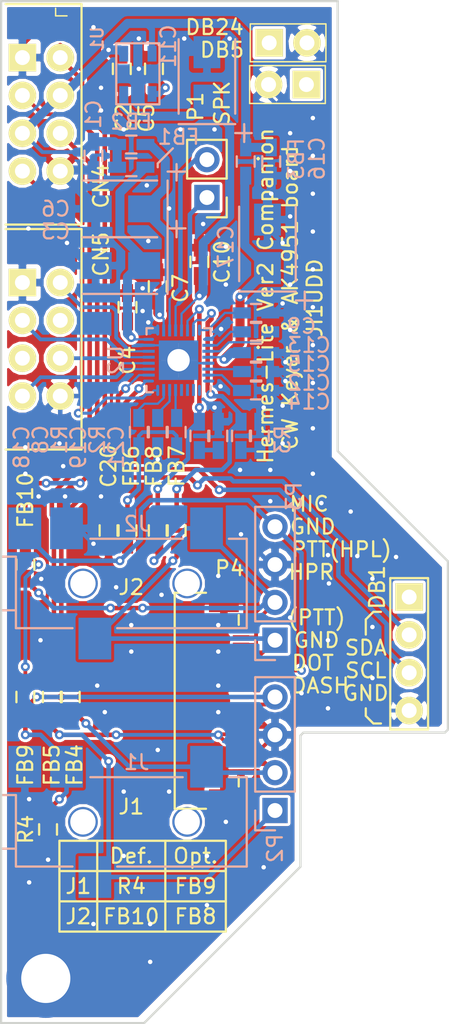
<source format=kicad_pcb>
(kicad_pcb (version 4) (host pcbnew 4.0.2-stable)
  (title_block (title "H-L v2 Companion - AK4951 board") (date 2017-07-16) (rev 1.0) (company JI1UDD))
  (layers (0 F.Cu signal) (1 In1.Cu signal hide) (2 In2.Cu signal hide) (31 B.Cu signal hide) (34 B.Paste user) (35 F.Paste user) (36 B.SilkS user) (37 F.SilkS user) (38 B.Mask user) (39 F.Mask user) (44 Edge.Cuts user))
  (net 0 "")
  (net 1 GND)
  (net 2 +3V3)
  (net 3 "Net-(C3-Pad1)")
  (net 4 "Net-(C5-Pad1)")
  (net 5 "Net-(C6-Pad1)")
  (net 6 "Net-(C8-Pad2)")
  (net 7 "Net-(C9-Pad1)")
  (net 8 "Net-(C10-Pad1)")
  (net 9 "Net-(C12-Pad1)")
  (net 10 "Net-(C13-Pad1)")
  (net 11 "Net-(C13-Pad2)")
  (net 12 "Net-(C14-Pad1)")
  (net 13 "Net-(C15-Pad2)")
  (net 14 "Net-(C18-Pad1)")
  (net 15 "Net-(C18-Pad2)")
  (net 16 "Net-(C19-Pad1)")
  (net 17 "Net-(C19-Pad2)")
  (net 18 "Net-(C21-Pad1)")
  (net 19 "Net-(C21-Pad2)")
  (net 20 /AudioCodec/~DOT)
  (net 21 /AudioCodec/~PTT)
  (net 22 /AudioCodec/~DASH)
  (net 23 /AudioCodec/PDN)
  (net 24 /AudioCodec/DIN)
  (net 25 /AudioCodec/DOUT)
  (net 26 /AudioCodec/LRCK)
  (net 27 /AudioCodec/BCK)
  (net 28 /AudioCodec/SDA)
  (net 29 /AudioCodec/SCL)
  (net 30 "Net-(P1-Pad1)")
  (net 31 "Net-(P1-Pad2)")
  (net 32 "Net-(R1-Pad2)")
  (net 33 /AudioCodec/P2-2)
  (net 34 /AudioCodec/P2-1)
  (net 35 /AudioCodec/P3-4)
  (net 36 /AudioCodec/P3-1)
  (net 37 /AudioCodec/P3-2)
  (net 38 /AudioCodec/P2-4)
  (net 39 "Net-(CN5-Pad4)")
  (net 40 "Net-(CN5-Pad5)")
  (net 41 "Net-(DB1-Pad1)")
  (net 42 "Net-(DB5-Pad1)")
  (net 43 "Net-(DB24-Pad1)")
  (net 44 "Net-(U2-Pad1)")
  (net 45 "Net-(U2-Pad2)")
  (net 46 "Net-(U2-Pad3)")
  (net 47 "Net-(U2-Pad4)")
  (net 48 "Net-(U2-Pad32)")
  (module HERMESLITE:SJ-43514-SMT (layer B.Cu) (at 78.994 110.49)
    (fp_text reference J2 (at 0.1 -4) (layer B.SilkS) (effects (font (thickness 0.1524)) (justify mirror)))
    (fp_text value SJ-43514-SMT hide)
    (pad 2 smd rect (at 4.8 -3.7) (size 2.2 2.8) (layers B.Cu B.Paste B.Mask) (net 37 /AudioCodec/P3-2))
    (pad 3 smd rect (at -2.7 3.7) (size 2.2 2.8) (layers B.Cu B.Paste B.Mask) (net 36 /AudioCodec/P3-1))
    (pad 4 smd rect (at -4.6 -3.7) (size 2.2 2.8) (layers B.Cu B.Paste B.Mask) (net 1 GND))
    (pad "" np_thru_hole circle (at -3.5 0) (size 2 2) (drill 1.7) (layers *.Cu *.Mask))
    (pad 1 smd rect (at -7.4 -3.7) (size 2.2 2.8) (layers B.Cu B.Paste B.Mask) (net 35 /AudioCodec/P3-4))
    (pad "" np_thru_hole circle (at 3.5 0) (size 2 2) (drill 1.7) (layers *.Cu *.Mask))
  )
  (module HERMESLITE:SJ-43514-SMT (layer B.Cu) (at 78.994 126.492)
    (fp_text reference J1 (at 0.1 -4) (layer B.SilkS) (effects (font (thickness 0.1524)) (justify mirror)))
    (fp_text value SJ-43514-SMT hide)
    (pad 2 smd rect (at 4.8 -3.7) (size 2.2 2.8) (layers B.Cu B.Paste B.Mask) (net 33 /AudioCodec/P2-2))
    (pad 3 smd rect (at -2.7 3.7) (size 2.2 2.8) (layers B.Cu B.Paste B.Mask) (net 34 /AudioCodec/P2-1))
    (pad 4 smd rect (at -4.6 -3.7) (size 2.2 2.8) (layers B.Cu B.Paste B.Mask) (net 38 /AudioCodec/P2-4))
    (pad "" np_thru_hole circle (at -3.5 0) (size 2 2) (drill 1.7) (layers *.Cu *.Mask))
    (pad 1 smd rect (at -7.4 -3.7) (size 2.2 2.8) (layers B.Cu B.Paste B.Mask) (net 1 GND))
    (pad "" np_thru_hole circle (at 3.5 0) (size 2 2) (drill 1.7) (layers *.Cu *.Mask))
  )
  (module HERMESLITE:TantalC_SizeB_EIA-3528_Wave (layer B.Cu) (at 77.978 89.154 180)
    (fp_text reference C3 (at 4.318 2.286 180) (layer B.SilkS) (effects (font (thickness 0.1524)) (justify mirror)))
    (fp_text value 10u hide)
    (fp_text user + (at -3.81 2.5654 180) (layer B.SilkS) (effects (justify mirror)))
    (pad 2 smd rect (at 1.6256 0 180) (size 2.14884 1.80086) (layers B.Cu B.Paste B.Mask) (net 1 GND))
    (pad 1 smd rect (at -1.6256 0 180) (size 2.14884 1.80086) (layers B.Cu B.Paste B.Mask) (net 3 "Net-(C3-Pad1)"))
  )
  (module HERMESLITE:m3 (layer F.Cu) (at 73 137)
    (fp_text reference MH2 hide)
    (fp_text value DNI hide)
    (pad 1 thru_hole circle (at 0 0) (size 5.3 5.3) (drill 3.3) (layers *.Cu *.Mask) (net 1 GND))
  )
  (module HERMESLITE:C_0603_HandSoldering (layer B.Cu) (at 76.2 81.788 270)
    (fp_text reference C1 (at -2.794 0 270) (layer B.SilkS) (effects (font (thickness 0.1524)) (justify mirror)))
    (fp_text value 0.1u hide)
    (pad 1 smd rect (at -0.95 0 270) (size 1.2 0.75) (layers B.Cu B.Paste B.Mask) (net 2 +3V3))
    (pad 2 smd rect (at 0.95 0 270) (size 1.2 0.75) (layers B.Cu B.Paste B.Mask) (net 1 GND))
  )
  (module HERMESLITE:C_0603_HandSoldering (layer F.Cu) (at 78.105 75.946 270)
    (fp_text reference C2 (at 3.302 -0.127 270) (layer F.SilkS) (effects (font (thickness 0.1524))))
    (fp_text value 1u hide)
    (pad 1 smd rect (at -0.95 0 270) (size 1.2 0.75) (layers F.Cu F.Paste F.Mask) (net 2 +3V3))
    (pad 2 smd rect (at 0.95 0 270) (size 1.2 0.75) (layers F.Cu F.Paste F.Mask) (net 1 GND))
  )
  (module HERMESLITE:C_0603_HandSoldering (layer F.Cu) (at 78.486 91.948 90)
    (fp_text reference C4 (at -3.556 0 90) (layer F.SilkS) (effects (font (thickness 0.1524))))
    (fp_text value 0.1u hide)
    (pad 1 smd rect (at -0.95 0 90) (size 1.2 0.75) (layers F.Cu F.Paste F.Mask) (net 3 "Net-(C3-Pad1)"))
    (pad 2 smd rect (at 0.95 0 90) (size 1.2 0.75) (layers F.Cu F.Paste F.Mask) (net 1 GND))
  )
  (module HERMESLITE:C_0603_HandSoldering (layer F.Cu) (at 80.264 75.946 90)
    (fp_text reference C5 (at -3.302 -0.508 90) (layer F.SilkS) (effects (font (thickness 0.1524))))
    (fp_text value 0.1u hide)
    (pad 1 smd rect (at -0.95 0 90) (size 1.2 0.75) (layers F.Cu F.Paste F.Mask) (net 4 "Net-(C5-Pad1)"))
    (pad 2 smd rect (at 0.95 0 90) (size 1.2 0.75) (layers F.Cu F.Paste F.Mask) (net 1 GND))
  )
  (module HERMESLITE:TantalC_SizeB_EIA-3528_Wave (layer B.Cu) (at 77.978 85.344 180)
    (fp_text reference C6 (at 4.318 0 180) (layer B.SilkS) (effects (font (thickness 0.1524)) (justify mirror)))
    (fp_text value 10u hide)
    (fp_text user + (at -3.81 2.5654 180) (layer B.SilkS) (effects (justify mirror)))
    (pad 2 smd rect (at 1.6256 0 180) (size 2.14884 1.80086) (layers B.Cu B.Paste B.Mask) (net 1 GND))
    (pad 1 smd rect (at -1.6256 0 180) (size 2.14884 1.80086) (layers B.Cu B.Paste B.Mask) (net 5 "Net-(C6-Pad1)"))
  )
  (module HERMESLITE:C_0603_HandSoldering (layer F.Cu) (at 80.518 90.551 90)
    (fp_text reference C7 (at -0.127 1.524 90) (layer F.SilkS) (effects (font (thickness 0.1524))))
    (fp_text value 0.1u hide)
    (pad 1 smd rect (at -0.95 0 90) (size 1.2 0.75) (layers F.Cu F.Paste F.Mask) (net 5 "Net-(C6-Pad1)"))
    (pad 2 smd rect (at 0.95 0 90) (size 1.2 0.75) (layers F.Cu F.Paste F.Mask) (net 1 GND))
  )
  (module HERMESLITE:C_0603_HandSoldering (layer B.Cu) (at 80.518 100.33 90)
    (fp_text reference C8 (at -0.508 -7.874 90) (layer B.SilkS) (effects (font (thickness 0.1524)) (justify mirror)))
    (fp_text value 1u hide)
    (pad 1 smd rect (at -0.95 0 90) (size 1.2 0.75) (layers B.Cu B.Paste B.Mask) (net 1 GND))
    (pad 2 smd rect (at 0.95 0 90) (size 1.2 0.75) (layers B.Cu B.Paste B.Mask) (net 6 "Net-(C8-Pad2)"))
  )
  (module HERMESLITE:C_0603_HandSoldering (layer B.Cu) (at 87.122 92.329)
    (fp_text reference C9 (at 3.048 0.889) (layer B.SilkS) (effects (font (thickness 0.1524)) (justify mirror)))
    (fp_text value 2.2u hide)
    (pad 1 smd rect (at -0.95 0) (size 1.2 0.75) (layers B.Cu B.Paste B.Mask) (net 7 "Net-(C9-Pad1)"))
    (pad 2 smd rect (at 0.95 0) (size 1.2 0.75) (layers B.Cu B.Paste B.Mask) (net 1 GND))
  )
  (module HERMESLITE:C_0603_HandSoldering (layer F.Cu) (at 83.312 88.9 90)
    (fp_text reference C10 (at 0 1.524 90) (layer F.SilkS) (effects (font (thickness 0.1524))))
    (fp_text value 0.1u hide)
    (pad 1 smd rect (at -0.95 0 90) (size 1.2 0.75) (layers F.Cu F.Paste F.Mask) (net 8 "Net-(C10-Pad1)"))
    (pad 2 smd rect (at 0.95 0 90) (size 1.2 0.75) (layers F.Cu F.Paste F.Mask) (net 1 GND))
  )
  (module HERMESLITE:TantalC_SizeB_EIA-3528_Wave (layer B.Cu) (at 83.82 76.454 90)
    (fp_text reference C11 (at 2.032 -2.5908 90) (layer B.SilkS) (effects (font (thickness 0.1524)) (justify mirror)))
    (fp_text value 10u hide)
    (fp_text user + (at -3.81 2.4384 90) (layer B.SilkS) (effects (justify mirror)))
    (pad 2 smd rect (at 1.6256 0 90) (size 2.14884 1.80086) (layers B.Cu B.Paste B.Mask) (net 1 GND))
    (pad 1 smd rect (at -1.6256 0 90) (size 2.14884 1.80086) (layers B.Cu B.Paste B.Mask) (net 8 "Net-(C10-Pad1)"))
  )
  (module HERMESLITE:C_0603_HandSoldering (layer B.Cu) (at 87.122 96.266)
    (fp_text reference C12 (at 3.556 0.762) (layer B.SilkS) (effects (font (thickness 0.1524)) (justify mirror)))
    (fp_text value 2.2u hide)
    (pad 1 smd rect (at -0.95 0) (size 1.2 0.75) (layers B.Cu B.Paste B.Mask) (net 9 "Net-(C12-Pad1)"))
    (pad 2 smd rect (at 0.95 0) (size 1.2 0.75) (layers B.Cu B.Paste B.Mask) (net 1 GND))
  )
  (module HERMESLITE:C_0603_HandSoldering (layer B.Cu) (at 87.122 93.599 180)
    (fp_text reference C13 (at -3.556 -0.889 180) (layer B.SilkS) (effects (font (thickness 0.1524)) (justify mirror)))
    (fp_text value 2.2u hide)
    (pad 1 smd rect (at -0.95 0 180) (size 1.2 0.75) (layers B.Cu B.Paste B.Mask) (net 10 "Net-(C13-Pad1)"))
    (pad 2 smd rect (at 0.95 0 180) (size 1.2 0.75) (layers B.Cu B.Paste B.Mask) (net 11 "Net-(C13-Pad2)"))
  )
  (module HERMESLITE:C_0603_HandSoldering (layer B.Cu) (at 87.122 97.536)
    (fp_text reference C14 (at 3.556 0.762) (layer B.SilkS) (effects (font (thickness 0.1524)) (justify mirror)))
    (fp_text value 2.2u hide)
    (pad 1 smd rect (at -0.95 0) (size 1.2 0.75) (layers B.Cu B.Paste B.Mask) (net 12 "Net-(C14-Pad1)"))
    (pad 2 smd rect (at 0.95 0) (size 1.2 0.75) (layers B.Cu B.Paste B.Mask) (net 1 GND))
  )
  (module HERMESLITE:C_0603_HandSoldering (layer B.Cu) (at 87.122 94.996 180)
    (fp_text reference C15 (at -3.556 -0.762 180) (layer B.SilkS) (effects (font (thickness 0.1524)) (justify mirror)))
    (fp_text value 0.1u hide)
    (pad 1 smd rect (at -0.95 0 180) (size 1.2 0.75) (layers B.Cu B.Paste B.Mask) (net 1 GND))
    (pad 2 smd rect (at 0.95 0 180) (size 1.2 0.75) (layers B.Cu B.Paste B.Mask) (net 13 "Net-(C15-Pad2)"))
  )
  (module HERMESLITE:C_0603_HandSoldering (layer B.Cu) (at 88.138 82.169 270)
    (fp_text reference C16 (at -0.2032 -3.0734 270) (layer B.SilkS) (effects (font (thickness 0.1524)) (justify mirror)))
    (fp_text value 0.1u hide)
    (pad 1 smd rect (at -0.95 0 270) (size 1.2 0.75) (layers B.Cu B.Paste B.Mask) (net 2 +3V3))
    (pad 2 smd rect (at 0.95 0 270) (size 1.2 0.75) (layers B.Cu B.Paste B.Mask) (net 1 GND))
  )
  (module HERMESLITE:TantalC_SizeB_EIA-3528_Wave (layer B.Cu) (at 87.884 87.6935 90)
    (fp_text reference C17 (at -0.1905 -2.794 90) (layer B.SilkS) (effects (font (thickness 0.1524)) (justify mirror)))
    (fp_text value 10u hide)
    (fp_text user + (at -3.7973 2.4384 90) (layer B.SilkS) (effects (justify mirror)))
    (pad 2 smd rect (at 1.6256 0 90) (size 2.14884 1.80086) (layers B.Cu B.Paste B.Mask) (net 1 GND))
    (pad 1 smd rect (at -1.6256 0 90) (size 2.14884 1.80086) (layers B.Cu B.Paste B.Mask) (net 13 "Net-(C15-Pad2)"))
  )
  (module HERMESLITE:C_0603_HandSoldering (layer B.Cu) (at 79.248 100.33 270)
    (fp_text reference C18 (at 1.016 7.874 270) (layer B.SilkS) (effects (font (thickness 0.1524)) (justify mirror)))
    (fp_text value 1u hide)
    (pad 1 smd rect (at -0.95 0 270) (size 1.2 0.75) (layers B.Cu B.Paste B.Mask) (net 14 "Net-(C18-Pad1)"))
    (pad 2 smd rect (at 0.95 0 270) (size 1.2 0.75) (layers B.Cu B.Paste B.Mask) (net 15 "Net-(C18-Pad2)"))
  )
  (module HERMESLITE:C_0603_HandSoldering (layer B.Cu) (at 83.312 100.584 270)
    (fp_text reference C19 (at 0.762 8.128 270) (layer B.SilkS) (effects (font (thickness 0.1524)) (justify mirror)))
    (fp_text value 0.22u hide)
    (pad 1 smd rect (at -0.95 0 270) (size 1.2 0.75) (layers B.Cu B.Paste B.Mask) (net 16 "Net-(C19-Pad1)"))
    (pad 2 smd rect (at 0.95 0 270) (size 1.2 0.75) (layers B.Cu B.Paste B.Mask) (net 17 "Net-(C19-Pad2)"))
  )
  (module HERMESLITE:C_0603_HandSoldering (layer F.Cu) (at 77.216 106.934 270)
    (fp_text reference C20 (at -4.318 0 270) (layer F.SilkS) (effects (font (thickness 0.1524))))
    (fp_text value DNI hide)
    (pad 1 smd rect (at -0.95 0 270) (size 1.2 0.75) (layers F.Cu F.Paste F.Mask) (net 15 "Net-(C18-Pad2)"))
    (pad 2 smd rect (at 0.95 0 270) (size 1.2 0.75) (layers F.Cu F.Paste F.Mask) (net 1 GND))
  )
  (module HERMESLITE:C_0603_HandSoldering (layer B.Cu) (at 86.106 100.584 270)
    (fp_text reference C21 (at 0.762 8.382 270) (layer B.SilkS) (effects (font (thickness 0.1524)) (justify mirror)))
    (fp_text value 0.22u hide)
    (pad 1 smd rect (at -0.95 0 270) (size 1.2 0.75) (layers B.Cu B.Paste B.Mask) (net 18 "Net-(C21-Pad1)"))
    (pad 2 smd rect (at 0.95 0 270) (size 1.2 0.75) (layers B.Cu B.Paste B.Mask) (net 19 "Net-(C21-Pad2)"))
  )
  (module HERMESLITE:IO (layer F.Cu) (at 72.7 79 270)
    (fp_text reference CN4 (at 4.82 -4.008 270) (layer F.SilkS) (effects (font (thickness 0.1524))))
    (fp_text value IO8)
    (pad 1 thru_hole rect (at -3.81 1.27 270) (size 1.85 1.85) (drill 1) (layers *.Cu *.Mask F.SilkS) (net 1 GND))
    (pad 2 thru_hole circle (at -3.81 -1.27 270) (size 1.85 1.85) (drill 1) (layers *.Cu *.Mask F.SilkS) (net 20 /AudioCodec/~DOT))
    (pad 3 thru_hole circle (at -1.27 1.27 270) (size 1.85 1.85) (drill 1) (layers *.Cu *.Mask F.SilkS) (net 21 /AudioCodec/~PTT))
    (pad 4 thru_hole circle (at -1.27 -1.27 270) (size 1.85 1.85) (drill 1) (layers *.Cu *.Mask F.SilkS) (net 2 +3V3))
    (pad 5 thru_hole circle (at 1.27 1.27 270) (size 1.85 1.85) (drill 1) (layers *.Cu *.Mask F.SilkS) (net 2 +3V3))
    (pad 6 thru_hole circle (at 1.27 -1.27 270) (size 1.85 1.85) (drill 1) (layers *.Cu *.Mask F.SilkS) (net 22 /AudioCodec/~DASH))
    (pad 7 thru_hole circle (at 3.81 1.27 270) (size 1.85 1.85) (drill 1) (layers *.Cu *.Mask F.SilkS) (net 23 /AudioCodec/PDN))
    (pad 8 thru_hole circle (at 3.81 -1.27 270) (size 1.85 1.85) (drill 1) (layers *.Cu *.Mask F.SilkS) (net 1 GND))
  )
  (module HERMESLITE:IO (layer F.Cu) (at 72.7 94.1 270)
    (fp_text reference CN5 (at -5.708 -4.008 270) (layer F.SilkS) (effects (font (thickness 0.1524))))
    (fp_text value IO8)
    (pad 1 thru_hole rect (at -3.81 1.27 270) (size 1.85 1.85) (drill 1) (layers *.Cu *.Mask F.SilkS) (net 1 GND))
    (pad 2 thru_hole circle (at -3.81 -1.27 270) (size 1.85 1.85) (drill 1) (layers *.Cu *.Mask F.SilkS) (net 27 /AudioCodec/BCK))
    (pad 3 thru_hole circle (at -1.27 1.27 270) (size 1.85 1.85) (drill 1) (layers *.Cu *.Mask F.SilkS) (net 26 /AudioCodec/LRCK))
    (pad 4 thru_hole circle (at -1.27 -1.27 270) (size 1.85 1.85) (drill 1) (layers *.Cu *.Mask F.SilkS) (net 39 "Net-(CN5-Pad4)"))
    (pad 5 thru_hole circle (at 1.27 1.27 270) (size 1.85 1.85) (drill 1) (layers *.Cu *.Mask F.SilkS) (net 40 "Net-(CN5-Pad5)"))
    (pad 6 thru_hole circle (at 1.27 -1.27 270) (size 1.85 1.85) (drill 1) (layers *.Cu *.Mask F.SilkS) (net 25 /AudioCodec/DOUT))
    (pad 7 thru_hole circle (at 3.81 1.27 270) (size 1.85 1.85) (drill 1) (layers *.Cu *.Mask F.SilkS) (net 24 /AudioCodec/DIN))
    (pad 8 thru_hole circle (at 3.81 -1.27 270) (size 1.85 1.85) (drill 1) (layers *.Cu *.Mask F.SilkS) (net 1 GND))
  )
  (module HERMESLITE:4x1 (layer F.Cu) (at 97.4 111.4 270)
    (fp_text reference DB1 (at -0.656 2.15 270) (layer F.SilkS) (effects (font (thickness 0.1524))))
    (fp_text value RFD4d)
    (pad 1 thru_hole rect (at 0 0 270) (size 1.85 1.85) (drill 1) (layers *.Cu *.Mask F.SilkS) (net 41 "Net-(DB1-Pad1)"))
    (pad 2 thru_hole circle (at 2.54 0 270) (size 1.85 1.85) (drill 1) (layers *.Cu *.Mask F.SilkS) (net 28 /AudioCodec/SDA))
    (pad 3 thru_hole circle (at 5.08 0 270) (size 1.85 1.85) (drill 1) (layers *.Cu *.Mask F.SilkS) (net 29 /AudioCodec/SCL))
    (pad 4 thru_hole circle (at 7.62 0 270) (size 1.85 1.85) (drill 1) (layers *.Cu *.Mask F.SilkS) (net 1 GND))
  )
  (module HERMESLITE:C_0603_HandSoldering (layer B.Cu) (at 78.74 82.55 180)
    (fp_text reference FB1 (at -3.175 2.032 180) (layer B.SilkS) (effects (font (thickness 0.1524)) (justify mirror)))
    (fp_text value FB hide)
    (pad 1 smd rect (at -0.95 0 180) (size 1.2 0.75) (layers B.Cu B.Paste B.Mask) (net 3 "Net-(C3-Pad1)"))
    (pad 2 smd rect (at 0.95 0 180) (size 1.2 0.75) (layers B.Cu B.Paste B.Mask) (net 2 +3V3))
  )
  (module HERMESLITE:C_0603_HandSoldering (layer B.Cu) (at 78.74 81.026 180)
    (fp_text reference FB2 (at 0 1.524 180) (layer B.SilkS) (effects (font (thickness 0.1524)) (justify mirror)))
    (fp_text value FB hide)
    (pad 1 smd rect (at -0.95 0 180) (size 1.2 0.75) (layers B.Cu B.Paste B.Mask) (net 5 "Net-(C6-Pad1)"))
    (pad 2 smd rect (at 0.95 0 180) (size 1.2 0.75) (layers B.Cu B.Paste B.Mask) (net 2 +3V3))
  )
  (module HERMESLITE:C_0603_HandSoldering (layer B.Cu) (at 86.4235 82.169 270)
    (fp_text reference FB3 (at -0.1778 -3.3909 270) (layer B.SilkS) (effects (font (thickness 0.1524)) (justify mirror)))
    (fp_text value FB hide)
    (pad 1 smd rect (at -0.95 0 270) (size 1.2 0.75) (layers B.Cu B.Paste B.Mask) (net 2 +3V3))
    (pad 2 smd rect (at 0.95 0 270) (size 1.2 0.75) (layers B.Cu B.Paste B.Mask) (net 13 "Net-(C15-Pad2)"))
  )
  (module HERMESLITE:C_0603_HandSoldering (layer F.Cu) (at 74.676 118.11 270)
    (fp_text reference FB4 (at 4.572 -0.254 270) (layer F.SilkS) (effects (font (thickness 0.1524))))
    (fp_text value FB hide)
    (pad 1 smd rect (at -0.95 0 270) (size 1.2 0.75) (layers F.Cu F.Paste F.Mask) (net 20 /AudioCodec/~DOT))
    (pad 2 smd rect (at 0.95 0 270) (size 1.2 0.75) (layers F.Cu F.Paste F.Mask) (net 33 /AudioCodec/P2-2))
  )
  (module HERMESLITE:C_0603_HandSoldering (layer F.Cu) (at 73.406 118.11 270)
    (fp_text reference FB5 (at 4.572 0 270) (layer F.SilkS) (effects (font (thickness 0.1524))))
    (fp_text value FB hide)
    (pad 1 smd rect (at -0.95 0 270) (size 1.2 0.75) (layers F.Cu F.Paste F.Mask) (net 22 /AudioCodec/~DASH))
    (pad 2 smd rect (at 0.95 0 270) (size 1.2 0.75) (layers F.Cu F.Paste F.Mask) (net 34 /AudioCodec/P2-1))
  )
  (module HERMESLITE:C_0603_HandSoldering (layer F.Cu) (at 78.486 106.934 270)
    (fp_text reference FB6 (at -4.318 -0.254 270) (layer F.SilkS) (effects (font (thickness 0.1524))))
    (fp_text value FB hide)
    (pad 1 smd rect (at -0.95 0 270) (size 1.2 0.75) (layers F.Cu F.Paste F.Mask) (net 15 "Net-(C18-Pad2)"))
    (pad 2 smd rect (at 0.95 0 270) (size 1.2 0.75) (layers F.Cu F.Paste F.Mask) (net 35 /AudioCodec/P3-4))
  )
  (module HERMESLITE:C_0603_HandSoldering (layer F.Cu) (at 81.788 106.934 270)
    (fp_text reference FB7 (at -4.318 0 270) (layer F.SilkS) (effects (font (thickness 0.1524))))
    (fp_text value FB hide)
    (pad 1 smd rect (at -0.95 0 270) (size 1.2 0.75) (layers F.Cu F.Paste F.Mask) (net 18 "Net-(C21-Pad1)"))
    (pad 2 smd rect (at 0.95 0 270) (size 1.2 0.75) (layers F.Cu F.Paste F.Mask) (net 36 /AudioCodec/P3-1))
  )
  (module HERMESLITE:C_0603_HandSoldering (layer F.Cu) (at 80.518 106.934 90)
    (fp_text reference FB8 (at 4.318 -0.254 90) (layer F.SilkS) (effects (font (thickness 0.1524))))
    (fp_text value FB hide)
    (pad 1 smd rect (at -0.95 0 90) (size 1.2 0.75) (layers F.Cu F.Paste F.Mask) (net 37 /AudioCodec/P3-2))
    (pad 2 smd rect (at 0.95 0 90) (size 1.2 0.75) (layers F.Cu F.Paste F.Mask) (net 16 "Net-(C19-Pad1)"))
  )
  (module HERMESLITE:C_0603_HandSoldering (layer F.Cu) (at 71.628 118.11 90)
    (fp_text reference FB9 (at -4.572 0 90) (layer F.SilkS) (effects (font (thickness 0.1524))))
    (fp_text value FB hide)
    (pad 1 smd rect (at -0.95 0 90) (size 1.2 0.75) (layers F.Cu F.Paste F.Mask) (net 38 /AudioCodec/P2-4))
    (pad 2 smd rect (at 0.95 0 90) (size 1.2 0.75) (layers F.Cu F.Paste F.Mask) (net 21 /AudioCodec/~PTT))
  )
  (module HERMESLITE:C_0603_HandSoldering (layer F.Cu) (at 71.628 109.22 90)
    (fp_text reference FB10 (at 4.318 0 90) (layer F.SilkS) (effects (font (thickness 0.1524))))
    (fp_text value FB hide)
    (pad 1 smd rect (at -0.95 0 90) (size 1.2 0.75) (layers F.Cu F.Paste F.Mask) (net 37 /AudioCodec/P3-2))
    (pad 2 smd rect (at 0.95 0 90) (size 1.2 0.75) (layers F.Cu F.Paste F.Mask) (net 21 /AudioCodec/~PTT))
  )
  (module HERMESLITE:Pin_Header_Straight_1x02_Pitch2.54mm (layer F.Cu) (at 83.82 84.582 180)
    (fp_text reference P1 (at 0.762 6.096 270) (layer F.SilkS) (effects (font (thickness 0.1525))))
    (fp_text value CONN_01X02 hide)
    (pad 1 thru_hole rect (at 0 0 180) (size 1.7 1.7) (drill 1) (layers *.Cu *.Mask) (net 30 "Net-(P1-Pad1)"))
    (pad 2 thru_hole oval (at 0 2.54 180) (size 1.7 1.7) (drill 1) (layers *.Cu *.Mask) (net 31 "Net-(P1-Pad2)"))
  )
  (module HERMESLITE:Pin_Header_Straight_1x04_Pitch2.54mm (layer B.Cu) (at 88.392 125.73)
    (fp_text reference P2 (at 0 2.54 270) (layer B.SilkS) (effects (font (thickness 0.1524)) (justify mirror)))
    (fp_text value CONN_01X04 hide)
    (pad 1 thru_hole rect (at 0 0) (size 1.7 1.7) (drill 1) (layers *.Cu *.Mask) (net 34 /AudioCodec/P2-1))
    (pad 2 thru_hole oval (at 0 -2.54) (size 1.7 1.7) (drill 1) (layers *.Cu *.Mask) (net 33 /AudioCodec/P2-2))
    (pad 3 thru_hole oval (at 0 -5.08) (size 1.7 1.7) (drill 1) (layers *.Cu *.Mask) (net 1 GND))
    (pad 4 thru_hole oval (at 0 -7.62) (size 1.7 1.7) (drill 1) (layers *.Cu *.Mask) (net 38 /AudioCodec/P2-4))
  )
  (module HERMESLITE:Pin_Header_Straight_1x04_Pitch2.54mm (layer B.Cu) (at 88.392 114.3)
    (fp_text reference P3 (at 1.27 -9.652 270) (layer B.SilkS) (effects (font (thickness 0.1524)) (justify mirror)))
    (fp_text value CONN_01X04 hide)
    (pad 1 thru_hole rect (at 0 0) (size 1.7 1.7) (drill 1) (layers *.Cu *.Mask) (net 36 /AudioCodec/P3-1))
    (pad 2 thru_hole oval (at 0 -2.54) (size 1.7 1.7) (drill 1) (layers *.Cu *.Mask) (net 37 /AudioCodec/P3-2))
    (pad 3 thru_hole oval (at 0 -5.08) (size 1.7 1.7) (drill 1) (layers *.Cu *.Mask) (net 1 GND))
    (pad 4 thru_hole oval (at 0 -7.62) (size 1.7 1.7) (drill 1) (layers *.Cu *.Mask) (net 35 /AudioCodec/P3-4))
  )
  (module HERMESLITE:C_0603_HandSoldering (layer B.Cu) (at 81.788 100.33 90)
    (fp_text reference R1 (at -0.508 -7.874 90) (layer B.SilkS) (effects (font (thickness 0.1524)) (justify mirror)))
    (fp_text value 2.2k hide)
    (pad 1 smd rect (at -0.95 0 90) (size 1.2 0.75) (layers B.Cu B.Paste B.Mask) (net 15 "Net-(C18-Pad2)"))
    (pad 2 smd rect (at 0.95 0 90) (size 1.2 0.75) (layers B.Cu B.Paste B.Mask) (net 32 "Net-(R1-Pad2)"))
  )
  (module HERMESLITE:C_0603_HandSoldering (layer B.Cu) (at 84.582 100.584 90)
    (fp_text reference R2 (at -0.254 -8.128 90) (layer B.SilkS) (effects (font (thickness 0.1524)) (justify mirror)))
    (fp_text value 33 hide)
    (pad 1 smd rect (at -0.95 0 90) (size 1.2 0.75) (layers B.Cu B.Paste B.Mask) (net 17 "Net-(C19-Pad2)"))
    (pad 2 smd rect (at 0.95 0 90) (size 1.2 0.75) (layers B.Cu B.Paste B.Mask) (net 1 GND))
  )
  (module HERMESLITE:C_0603_HandSoldering (layer B.Cu) (at 87.376 100.584 90)
    (fp_text reference R3 (at -0.254 1.524 90) (layer B.SilkS) (effects (font (thickness 0.1524)) (justify mirror)))
    (fp_text value 33 hide)
    (pad 1 smd rect (at -0.95 0 90) (size 1.2 0.75) (layers B.Cu B.Paste B.Mask) (net 19 "Net-(C21-Pad2)"))
    (pad 2 smd rect (at 0.95 0 90) (size 1.2 0.75) (layers B.Cu B.Paste B.Mask) (net 1 GND))
  )
  (module HERMESLITE:C_0603_HandSoldering (layer F.Cu) (at 73.152 127 90)
    (fp_text reference R4 (at 0 -1.524 90) (layer F.SilkS) (effects (font (thickness 0.1524))))
    (fp_text value 0 hide)
    (pad 1 smd rect (at -0.95 0 90) (size 1.2 0.75) (layers F.Cu F.Paste F.Mask) (net 1 GND))
    (pad 2 smd rect (at 0.95 0 90) (size 1.2 0.75) (layers F.Cu F.Paste F.Mask) (net 38 /AudioCodec/P2-4))
  )
  (module HERMESLITE:SOT23 (layer B.Cu) (at 78.232 74.93)
    (fp_text reference U1 (at -1.778 -1.016 90) (layer B.SilkS) (effects (font (size 0.8 0.8) (thickness 0.1524)) (justify mirror)))
    (fp_text value TPS730)
    (pad 1 smd rect (at 0 0) (size 0.6 1.05) (layers B.Cu B.Paste B.Mask) (net 2 +3V3))
    (pad 2 smd rect (at 0.95 0) (size 0.6 1.05) (layers B.Cu B.Paste B.Mask) (net 1 GND))
    (pad 3 smd rect (at 1.9 0) (size 0.6 1.05) (layers B.Cu B.Paste B.Mask) (net 2 +3V3))
    (pad 4 smd rect (at 1.9 2.7) (size 0.6 1.05) (layers B.Cu B.Paste B.Mask) (net 4 "Net-(C5-Pad1)"))
    (pad 5 smd rect (at 0 2.7) (size 0.6 1.05) (layers B.Cu B.Paste B.Mask) (net 8 "Net-(C10-Pad1)"))
  )
  (module HERMESLITE:QFN-32-1EP_4x4mm_Pitch0.4mm_Handsoldering (layer B.Cu) (at 81.915 95.504 90)
    (fp_text reference U2 (at 0 -4.191 90) (layer B.SilkS) (effects (font (thickness 0.1524)) (justify mirror)))
    (fp_text value AK4951AEN)
    (pad 1 smd oval (at -2.025 1.4 90) (size 0.75 0.2) (layers B.Cu B.Paste B.Mask) (net 44 "Net-(U2-Pad1)"))
    (pad 2 smd rect (at -2 1 90) (size 0.8 0.2) (layers B.Cu B.Paste B.Mask) (net 45 "Net-(U2-Pad2)"))
    (pad 3 smd rect (at -2 0.6 90) (size 0.8 0.2) (layers B.Cu B.Paste B.Mask) (net 46 "Net-(U2-Pad3)"))
    (pad 4 smd rect (at -2 0.2 90) (size 0.8 0.2) (layers B.Cu B.Paste B.Mask) (net 47 "Net-(U2-Pad4)"))
    (pad 5 smd rect (at -2 -0.2 90) (size 0.8 0.2) (layers B.Cu B.Paste B.Mask) (net 32 "Net-(R1-Pad2)"))
    (pad 6 smd rect (at -2 -0.6 90) (size 0.8 0.2) (layers B.Cu B.Paste B.Mask) (net 6 "Net-(C8-Pad2)"))
    (pad 7 smd rect (at -2 -1 90) (size 0.8 0.2) (layers B.Cu B.Paste B.Mask) (net 14 "Net-(C18-Pad1)"))
    (pad 8 smd oval (at -2.025 -1.4 90) (size 0.75 0.2) (layers B.Cu B.Paste B.Mask) (net 23 /AudioCodec/PDN))
    (pad 9 smd oval (at -1.4 -2.025) (size 0.75 0.2) (layers B.Cu B.Paste B.Mask) (net 29 /AudioCodec/SCL))
    (pad 10 smd rect (at -1 -2) (size 0.8 0.2) (layers B.Cu B.Paste B.Mask) (net 28 /AudioCodec/SDA))
    (pad 11 smd rect (at -0.6 -2) (size 0.8 0.2) (layers B.Cu B.Paste B.Mask) (net 24 /AudioCodec/DIN))
    (pad 12 smd rect (at -0.2 -2) (size 0.8 0.2) (layers B.Cu B.Paste B.Mask) (net 25 /AudioCodec/DOUT))
    (pad 13 smd rect (at 0.2 -2) (size 0.8 0.2) (layers B.Cu B.Paste B.Mask) (net 26 /AudioCodec/LRCK))
    (pad 14 smd rect (at 0.6 -2) (size 0.8 0.2) (layers B.Cu B.Paste B.Mask) (net 27 /AudioCodec/BCK))
    (pad 15 smd rect (at 1 -2) (size 0.8 0.2) (layers B.Cu B.Paste B.Mask) (net 1 GND))
    (pad 16 smd oval (at 1.4 -2.025) (size 0.75 0.2) (layers B.Cu B.Paste B.Mask) (net 3 "Net-(C3-Pad1)"))
    (pad 17 smd oval (at 2.025 -1.4 90) (size 0.75 0.2) (layers B.Cu B.Paste B.Mask) (net 1 GND))
    (pad 18 smd rect (at 2 -1 90) (size 0.8 0.2) (layers B.Cu B.Paste B.Mask) (net 5 "Net-(C6-Pad1)"))
    (pad 19 smd rect (at 2 -0.6 90) (size 0.8 0.2) (layers B.Cu B.Paste B.Mask) (net 31 "Net-(P1-Pad2)"))
    (pad 20 smd rect (at 2 -0.2 90) (size 0.8 0.2) (layers B.Cu B.Paste B.Mask) (net 30 "Net-(P1-Pad1)"))
    (pad 21 smd rect (at 2 0.2 90) (size 0.8 0.2) (layers B.Cu B.Paste B.Mask) (net 8 "Net-(C10-Pad1)"))
    (pad 22 smd rect (at 2 0.6 90) (size 0.8 0.2) (layers B.Cu B.Paste B.Mask) (net 16 "Net-(C19-Pad1)"))
    (pad 23 smd rect (at 2 1 90) (size 0.8 0.2) (layers B.Cu B.Paste B.Mask) (net 18 "Net-(C21-Pad1)"))
    (pad 24 smd oval (at 2.025 1.4 90) (size 0.75 0.2) (layers B.Cu B.Paste B.Mask) (net 7 "Net-(C9-Pad1)"))
    (pad 25 smd oval (at 1.4 2.025) (size 0.75 0.2) (layers B.Cu B.Paste B.Mask) (net 1 GND))
    (pad 26 smd rect (at 1 2) (size 0.8 0.2) (layers B.Cu B.Paste B.Mask) (net 11 "Net-(C13-Pad2)"))
    (pad 27 smd rect (at 0.6 2) (size 0.8 0.2) (layers B.Cu B.Paste B.Mask) (net 10 "Net-(C13-Pad1)"))
    (pad 28 smd rect (at 0.2 2) (size 0.8 0.2) (layers B.Cu B.Paste B.Mask) (net 13 "Net-(C15-Pad2)"))
    (pad 29 smd rect (at -0.2 2) (size 0.8 0.2) (layers B.Cu B.Paste B.Mask) (net 1 GND))
    (pad 30 smd rect (at -0.6 2) (size 0.8 0.2) (layers B.Cu B.Paste B.Mask) (net 9 "Net-(C12-Pad1)"))
    (pad 31 smd rect (at -1 2) (size 0.8 0.2) (layers B.Cu B.Paste B.Mask) (net 12 "Net-(C14-Pad1)"))
    (pad 32 smd oval (at -1.4 2.025) (size 0.75 0.2) (layers B.Cu B.Paste B.Mask) (net 48 "Net-(U2-Pad32)"))
    (pad 33 smd rect (at 0.6625 -0.6625 90) (size 1.325 1.325) (layers B.Cu B.Paste B.Mask) (net 1 GND))
    (pad 33 smd rect (at 0.6625 0.6625 90) (size 1.325 1.325) (layers B.Cu B.Paste B.Mask) (net 1 GND))
    (pad 33 smd rect (at -0.6625 -0.6625 90) (size 1.325 1.325) (layers B.Cu B.Paste B.Mask) (net 1 GND))
    (pad 33 smd rect (at -0.6625 0.6625 90) (size 1.325 1.325) (layers B.Cu B.Paste B.Mask) (net 1 GND))
    (pad 33 thru_hole circle (at 0 0) (size 1.7 1.7) (drill 1.5) (layers *.Cu *.Mask) (net 1 GND))
  )
  (module HERMESLITE:2x1 (layer F.Cu) (at 88 74.2)
    (fp_text reference DB5 (at -3.164 0.476) (layer F.SilkS) (effects (font (thickness 0.1524))))
    (fp_text value RFD2b)
    (pad 1 thru_hole rect (at 0 0) (size 1.85 1.85) (drill 1) (layers *.Cu *.Mask F.SilkS) (net 42 "Net-(DB5-Pad1)"))
    (pad 2 thru_hole circle (at 2.54 0) (size 1.85 1.85) (drill 1) (layers *.Cu *.Mask F.SilkS) (net 1 GND))
  )
  (module HERMESLITE:2x1 (layer F.Cu) (at 90.5 77 180)
    (fp_text reference DB24 (at 6.172 3.848 180) (layer F.SilkS) (effects (font (thickness 0.1524))))
    (fp_text value RFD2b)
    (pad 1 thru_hole rect (at 0 0 180) (size 1.85 1.85) (drill 1) (layers *.Cu *.Mask F.SilkS) (net 43 "Net-(DB24-Pad1)"))
    (pad 2 thru_hole circle (at 2.54 0 180) (size 1.85 1.85) (drill 1) (layers *.Cu *.Mask F.SilkS) (net 1 GND))
  )
  (module HERMESLITE:FFC_Kyocera_20pin (layer F.Cu) (at 86.106 118.364 270)
    (fp_text reference P4 (at -8.89 0.762 360) (layer F.SilkS) (effects (font (thickness 0.1524))))
    (fp_text value "FFC 20pin")
    (pad 19 smd rect (at 4.25 0 270) (size 0.3 1.1) (layers F.Cu F.Paste F.Mask) (net 33 /AudioCodec/P2-2))
    (pad 18 smd rect (at 3.75 0 270) (size 0.3 1.1) (layers F.Cu F.Paste F.Mask) (net 33 /AudioCodec/P2-2))
    (pad 17 smd rect (at 3.25 0 270) (size 0.3 1.1) (layers F.Cu F.Paste F.Mask) (net 1 GND))
    (pad 16 smd rect (at 2.75 0 270) (size 0.3 1.1) (layers F.Cu F.Paste F.Mask) (net 34 /AudioCodec/P2-1))
    (pad 15 smd rect (at 2.25 0 270) (size 0.3 1.1) (layers F.Cu F.Paste F.Mask) (net 34 /AudioCodec/P2-1))
    (pad 14 smd rect (at 1.75 0 270) (size 0.3 1.1) (layers F.Cu F.Paste F.Mask) (net 1 GND))
    (pad 13 smd rect (at 1.25 0 270) (size 0.3 1.1) (layers F.Cu F.Paste F.Mask) (net 1 GND))
    (pad 12 smd rect (at 0.75 0 270) (size 0.3 1.1) (layers F.Cu F.Paste F.Mask) (net 1 GND))
    (pad 11 smd rect (at 0.25 0 270) (size 0.3 1.1) (layers F.Cu F.Paste F.Mask) (net 38 /AudioCodec/P2-4))
    (pad 10 smd rect (at -0.25 0 270) (size 0.3 1.1) (layers F.Cu F.Paste F.Mask) (net 38 /AudioCodec/P2-4))
    (pad 9 smd rect (at -0.75 0 270) (size 0.3 1.1) (layers F.Cu F.Paste F.Mask) (net 1 GND))
    (pad 8 smd rect (at -1.25 0 270) (size 0.3 1.1) (layers F.Cu F.Paste F.Mask) (net 35 /AudioCodec/P3-4))
    (pad 7 smd rect (at -1.75 0 270) (size 0.3 1.1) (layers F.Cu F.Paste F.Mask) (net 35 /AudioCodec/P3-4))
    (pad 20 smd rect (at 4.75 0 270) (size 0.3 1.1) (layers F.Cu F.Paste F.Mask) (net 1 GND))
    (pad 1 smd rect (at -4.75 0 270) (size 0.3 1.1) (layers F.Cu F.Paste F.Mask) (net 1 GND))
    (pad 2 smd rect (at -4.25 0 270) (size 0.3 1.1) (layers F.Cu F.Paste F.Mask) (net 37 /AudioCodec/P3-2))
    (pad 3 smd rect (at -3.75 0 270) (size 0.3 1.1) (layers F.Cu F.Paste F.Mask) (net 37 /AudioCodec/P3-2))
    (pad 4 smd rect (at -3.25 0 270) (size 0.3 1.1) (layers F.Cu F.Paste F.Mask) (net 36 /AudioCodec/P3-1))
    (pad 5 smd rect (at -2.75 0 270) (size 0.3 1.1) (layers F.Cu F.Paste F.Mask) (net 36 /AudioCodec/P3-1))
    (pad 6 smd rect (at -2.25 0 270) (size 0.3 1.1) (layers F.Cu F.Paste F.Mask) (net 1 GND))
    (pad 21 smd rect (at -6.7 1.15 270) (size 1.5 2) (layers F.Cu F.Paste F.Mask) (net 1 GND))
    (pad 22 smd rect (at 6.7 1.15 270) (size 1.5 2) (layers F.Cu F.Paste F.Mask) (net 1 GND))
  )
  (gr_text JI1UDD (at 91.059 91.313 90) (layer F.SilkS) (effects (font (size 1 1) (thickness 0.1524))))
  (gr_text "Hermes-Lite Ver2 Companion" (at 87.757 91.186 90) (layer F.SilkS) (effects (font (size 1 1) (thickness 0.1524))))
  (gr_line (start 90.1 120.7) (end 90.1 129.5) (angle 90) (layer Edge.Cuts) (width 0.15))
  (gr_line (start 90.3 120.5) (end 90.1 120.7) (angle 90) (layer Edge.Cuts) (width 0.15))
  (gr_line (start 99.8 120.5) (end 90.3 120.5) (angle 90) (layer Edge.Cuts) (width 0.15))
  (gr_line (start 92.6 101.6) (end 100 109) (angle 90) (layer Edge.Cuts) (width 0.15))
  (gr_line (start 81.026 127.762) (end 81.026 133.858) (angle 90) (layer F.SilkS) (width 0.1524))
  (gr_line (start 76.454 133.858) (end 76.454 127.762) (angle 90) (layer F.SilkS) (width 0.1524))
  (gr_line (start 73.914 131.826) (end 85.09 131.826) (angle 90) (layer F.SilkS) (width 0.1524))
  (gr_line (start 73.914 127.762) (end 73.914 133.858) (angle 90) (layer F.SilkS) (width 0.1524))
  (gr_line (start 85.09 133.858) (end 85.09 127.762) (angle 90) (layer F.SilkS) (width 0.1524))
  (gr_line (start 73.914 133.858) (end 85.09 133.858) (angle 90) (layer F.SilkS) (width 0.1524))
  (gr_line (start 73.914 127.762) (end 85.09 127.762) (angle 90) (layer F.SilkS) (width 0.1524))
  (gr_line (start 73.914 129.794) (end 85.09 129.794) (angle 90) (layer F.SilkS) (width 0.1524))
  (gr_text Opt. (at 83.058 128.778) (layer F.SilkS) (effects (font (size 1 1) (thickness 0.1524))))
  (gr_text R4 (at 78.74 130.81) (layer F.SilkS) (effects (font (size 1 1) (thickness 0.1524))))
  (gr_text FB9 (at 83.058 130.81) (layer F.SilkS) (effects (font (size 1 1) (thickness 0.1524))))
  (gr_text Def. (at 78.74 128.778) (layer F.SilkS) (effects (font (size 1 1) (thickness 0.1524))))
  (gr_text J1 (at 75.184 130.81) (layer F.SilkS) (effects (font (size 1 1) (thickness 0.1524))))
  (gr_text J2 (at 75.184 132.842) (layer F.SilkS) (effects (font (size 1 1) (thickness 0.1524))))
  (gr_text FB10 (at 78.74 132.842) (layer F.SilkS) (effects (font (size 1 1) (thickness 0.1524))))
  (gr_text FB8 (at 83.058 132.842) (layer F.SilkS) (effects (font (size 1 1) (thickness 0.1524))))
  (gr_line (start 94.996 112.395) (end 95.504 112.395) (angle 90) (layer F.SilkS) (width 0.1524))
  (gr_line (start 94.996 119.888) (end 95.504 119.888) (angle 90) (layer F.SilkS) (width 0.1524))
  (gr_line (start 94.488 112.903) (end 94.996 112.395) (angle 90) (layer F.SilkS) (width 0.1524))
  (gr_line (start 94.488 113.919) (end 94.488 112.903) (angle 90) (layer F.SilkS) (width 0.1524))
  (gr_line (start 94.488 119.38) (end 94.996 119.888) (angle 90) (layer F.SilkS) (width 0.1524))
  (gr_line (start 94.488 118.872) (end 94.488 119.38) (angle 90) (layer F.SilkS) (width 0.1524))
  (gr_text "PTT(HPL)" (at 89.408 108.204) (layer F.SilkS) (effects (font (size 1 1) (thickness 0.1524)) (justify left)))
  (gr_text MIC (at 90.678 105.156) (layer F.SilkS) (effects (font (size 1 1) (thickness 0.1524))))
  (gr_text GND (at 90.932 106.68) (layer F.SilkS) (effects (font (size 1 1) (thickness 0.1524))))
  (gr_text HPR (at 92.456 109.728) (layer F.SilkS) (effects (font (size 1 1) (thickness 0.1524)) (justify right)))
  (gr_text "(PTT)" (at 91.186 112.776) (layer F.SilkS) (effects (font (size 1 1) (thickness 0.1524))))
  (gr_text DOT (at 90.932 115.824) (layer F.SilkS) (effects (font (size 1 1) (thickness 0.1524))))
  (gr_text GND (at 91.186 114.3) (layer F.SilkS) (effects (font (size 1 1) (thickness 0.1524))))
  (gr_text GND (at 94.488 117.856) (layer F.SilkS) (effects (font (size 1 1) (thickness 0.1524))))
  (gr_text SCL (at 94.488 116.332) (layer F.SilkS) (effects (font (size 1 1) (thickness 0.1524))))
  (gr_line (start 80.518 82.296) (end 80.518 82.55) (angle 90) (layer B.SilkS) (width 0.1524))
  (gr_line (start 81.534 81.28) (end 80.518 82.296) (angle 90) (layer B.SilkS) (width 0.1524))
  (gr_text SPK (at 84.836 78.232 90) (layer F.SilkS) (effects (font (size 1 1) (thickness 0.1524))))
  (gr_text J2 (at 78.74 110.744) (layer F.SilkS) (effects (font (size 1 1) (thickness 0.1524))))
  (gr_text J1 (at 78.74 125.476) (layer F.SilkS) (effects (font (size 1 1) (thickness 0.1524))))
  (gr_text SDA (at 94.488 114.808) (layer F.SilkS) (effects (font (size 1 1) (thickness 0.1524))))
  (gr_text "CW Keyer & AK4951 board" (at 89.408 91.313 90) (layer F.SilkS) (effects (font (size 1 1) (thickness 0.1524))))
  (gr_text DASH (at 91.44 117.348) (layer F.SilkS) (effects (font (size 1 1) (thickness 0.1524))))
  (gr_line (start 92.6 71.4) (end 92.6 101.6) (angle 90) (layer Edge.Cuts) (width 0.15))
  (gr_line (start 100 120.3) (end 99.8 120.5) (angle 90) (layer Edge.Cuts) (width 0.15))
  (gr_line (start 79.6 140) (end 90.1 129.5) (angle 90) (layer Edge.Cuts) (width 0.15))
  (gr_line (start 73.66 72.39) (end 73.66 71.882) (angle 90) (layer F.SilkS) (width 0.1))
  (gr_line (start 73.66 72.39) (end 74.422 72.39) (angle 90) (layer F.SilkS) (width 0.1))
  (gr_line (start 70 71.4) (end 92.6 71.4) (angle 90) (layer Edge.Cuts) (width 0.15))
  (gr_line (start 70 140) (end 79.6 140) (angle 90) (layer Edge.Cuts) (width 0.15))
  (gr_line (start 100 109) (end 100 120.3) (angle 90) (layer Edge.Cuts) (width 0.15))
  (gr_line (start 70 71.4) (end 70 140) (angle 90) (layer Edge.Cuts) (width 0.15))
  (segment (start 86.106 120.114) (end 85.062 120.114) (width 0.254) (layer F.Cu) (net 1))
  (via (at 84.582 119.126) (size 0.6) (drill 0.3) (layers F.Cu B.Cu) (net 1))
  (segment (start 85.07 119.614) (end 84.582 119.126) (width 0.254) (layer F.Cu) (net 1))
  (segment (start 86.106 119.614) (end 85.07 119.614) (width 0.254) (layer F.Cu) (net 1))
  (segment (start 78.232 119.126) (end 80.518 121.412) (width 0.3048) (layer F.Cu) (net 1))
  (segment (start 80.518 121.412) (end 80.518 121.666) (width 0.3048) (layer F.Cu) (net 1))
  (via (at 80.518 121.666) (size 0.6) (drill 0.3) (layers F.Cu B.Cu) (net 1))
  (segment (start 76.962 119.126) (end 84.582 119.126) (width 0.3048) (layer F.Cu) (net 1))
  (via (at 76.962 119.126) (size 0.6) (drill 0.3) (layers F.Cu B.Cu) (net 1))
  (segment (start 76.962 119.126) (end 78.232 119.126) (width 0.3048) (layer F.Cu) (net 1))
  (segment (start 84.582 117.348) (end 84.582 119.126) (width 0.254) (layer F.Cu) (net 1))
  (via (at 84.582 117.348) (size 0.6) (drill 0.3) (layers F.Cu B.Cu) (net 1))
  (segment (start 86.106 119.114) (end 84.594 119.114) (width 0.254) (layer F.Cu) (net 1))
  (segment (start 84.594 119.114) (end 84.582 119.126) (width 0.254) (layer F.Cu) (net 1))
  (segment (start 84.582 119.634) (end 84.582 119.126) (width 0.254) (layer F.Cu) (net 1))
  (segment (start 85.062 120.114) (end 84.582 119.634) (width 0.254) (layer F.Cu) (net 1))
  (segment (start 86.106 116.114) (end 87.205914 116.114) (width 0.254) (layer F.Cu) (net 1))
  (via (at 89.408 112.776) (size 0.6) (drill 0.3) (layers F.Cu B.Cu) (net 1))
  (segment (start 89.662 113.03) (end 89.408 112.776) (width 0.254) (layer F.Cu) (net 1))
  (segment (start 89.662 115.57) (end 89.662 113.03) (width 0.254) (layer F.Cu) (net 1))
  (segment (start 89.408 115.824) (end 89.662 115.57) (width 0.254) (layer F.Cu) (net 1))
  (segment (start 87.495914 115.824) (end 89.408 115.824) (width 0.254) (layer F.Cu) (net 1))
  (segment (start 87.205914 116.114) (end 87.495914 115.824) (width 0.254) (layer F.Cu) (net 1))
  (segment (start 86.106 117.614) (end 87.11 117.614) (width 0.254) (layer F.Cu) (net 1))
  (via (at 90.17 117.856) (size 0.6) (drill 0.3) (layers F.Cu B.Cu) (net 1))
  (segment (start 89.154 116.84) (end 90.17 117.856) (width 0.254) (layer F.Cu) (net 1))
  (segment (start 87.884 116.84) (end 89.154 116.84) (width 0.254) (layer F.Cu) (net 1))
  (segment (start 87.11 117.614) (end 87.884 116.84) (width 0.254) (layer F.Cu) (net 1))
  (segment (start 77.724 110.744) (end 80.264 110.744) (width 0.3048) (layer F.Cu) (net 1))
  (segment (start 77.216 110.236) (end 77.724 110.744) (width 0.3048) (layer F.Cu) (net 1))
  (via (at 77.724 110.744) (size 0.6048) (drill 0.3) (layers F.Cu B.Cu) (net 1))
  (segment (start 77.216 107.884) (end 77.216 110.236) (width 0.3048) (layer F.Cu) (net 1))
  (via (at 80.772 111.252) (size 0.6) (drill 0.3) (layers F.Cu B.Cu) (net 1))
  (segment (start 80.264 110.744) (end 80.772 111.252) (width 0.3048) (layer F.Cu) (net 1))
  (segment (start 84.956 125.064) (end 81.884 125.064) (width 0.3048) (layer F.Cu) (net 1))
  (via (at 83.82 128.778) (size 0.6) (drill 0.3) (layers F.Cu B.Cu) (net 1))
  (segment (start 78.232 128.778) (end 83.82 128.778) (width 0.3048) (layer B.Cu) (net 1))
  (via (at 78.232 128.778) (size 0.6) (drill 0.3) (layers F.Cu B.Cu) (net 1))
  (segment (start 78.232 124.46) (end 78.232 128.778) (width 0.3048) (layer F.Cu) (net 1))
  (via (at 78.232 124.46) (size 0.6) (drill 0.3) (layers F.Cu B.Cu) (net 1))
  (segment (start 81.28 124.46) (end 78.232 124.46) (width 0.3048) (layer B.Cu) (net 1))
  (via (at 81.28 124.46) (size 0.6) (drill 0.3) (layers F.Cu B.Cu) (net 1))
  (segment (start 81.884 125.064) (end 81.28 124.46) (width 0.3048) (layer F.Cu) (net 1))
  (segment (start 84.582 115.062) (end 78.74 115.062) (width 0.3048) (layer F.Cu) (net 1))
  (via (at 84.582 115.062) (size 0.6) (drill 0.3) (layers F.Cu B.Cu) (net 1))
  (via (at 78.74 115.062) (size 0.6) (drill 0.3) (layers F.Cu B.Cu) (net 1))
  (segment (start 88.392 109.22) (end 88.138 109.22) (width 0.3048) (layer B.Cu) (net 1))
  (segment (start 88.138 109.22) (end 86.106 107.188) (width 0.3048) (layer B.Cu) (net 1))
  (via (at 86.106 107.188) (size 0.6) (drill 0.3) (layers F.Cu B.Cu) (net 1))
  (segment (start 84.956 111.664) (end 84.956 110.356) (width 0.3048) (layer F.Cu) (net 1))
  (via (at 84.582 109.982) (size 0.6) (drill 0.3) (layers F.Cu B.Cu) (net 1))
  (segment (start 84.956 110.356) (end 84.582 109.982) (width 0.3048) (layer F.Cu) (net 1))
  (segment (start 84.582 113.284) (end 78.74 113.284) (width 0.3048) (layer F.Cu) (net 1))
  (via (at 84.582 113.284) (size 0.6) (drill 0.3) (layers F.Cu B.Cu) (net 1))
  (via (at 78.74 113.284) (size 0.6) (drill 0.3) (layers F.Cu B.Cu) (net 1))
  (segment (start 86.106 116.114) (end 84.872 116.114) (width 0.254) (layer F.Cu) (net 1))
  (segment (start 84.582 115.824) (end 84.582 115.062) (width 0.254) (layer F.Cu) (net 1))
  (segment (start 84.872 116.114) (end 84.582 115.824) (width 0.254) (layer F.Cu) (net 1))
  (segment (start 86.106 117.614) (end 84.848 117.614) (width 0.254) (layer F.Cu) (net 1))
  (segment (start 84.582 117.348) (end 84.582 115.062) (width 0.254) (layer F.Cu) (net 1))
  (segment (start 84.634 115.114) (end 84.582 115.062) (width 0.254) (layer F.Cu) (net 1))
  (segment (start 84.582 115.062) (end 84.582 113.284) (width 0.254) (layer F.Cu) (net 1))
  (segment (start 86.106 113.614) (end 84.912 113.614) (width 0.254) (layer F.Cu) (net 1))
  (segment (start 84.956 112.91) (end 84.582 113.284) (width 0.254) (layer F.Cu) (net 1))
  (segment (start 84.956 112.91) (end 84.956 111.664) (width 0.254) (layer F.Cu) (net 1))
  (segment (start 84.912 113.614) (end 84.582 113.284) (width 0.254) (layer F.Cu) (net 1))
  (segment (start 86.106 120.114) (end 87.856 120.114) (width 0.254) (layer F.Cu) (net 1))
  (segment (start 87.856 120.114) (end 88.392 120.65) (width 0.254) (layer F.Cu) (net 1))
  (segment (start 86.106 119.614) (end 87.356 119.614) (width 0.254) (layer F.Cu) (net 1))
  (segment (start 87.356 119.614) (end 88.392 120.65) (width 0.254) (layer F.Cu) (net 1))
  (segment (start 86.106 119.114) (end 86.856 119.114) (width 0.254) (layer F.Cu) (net 1))
  (segment (start 86.856 119.114) (end 88.392 120.65) (width 0.254) (layer F.Cu) (net 1))
  (segment (start 88.356 120.614) (end 88.392 120.65) (width 0.254) (layer F.Cu) (net 1))
  (segment (start 86.106 121.614) (end 87.428 121.614) (width 0.254) (layer F.Cu) (net 1))
  (segment (start 87.428 121.614) (end 88.392 120.65) (width 0.254) (layer F.Cu) (net 1))
  (segment (start 86.106 123.114) (end 86.106 123.914) (width 0.254) (layer F.Cu) (net 1))
  (segment (start 86.106 123.914) (end 85.09 124.93) (width 0.254) (layer F.Cu) (net 1))
  (segment (start 85.09 124.93) (end 85.09 126.492) (width 0.254) (layer F.Cu) (net 1))
  (via (at 85.09 126.492) (size 0.6) (drill 0.3) (layers F.Cu B.Cu) (net 1))
  (segment (start 71.882 130.556) (end 71.882 124.968) (width 0.3048) (layer F.Cu) (net 1))
  (segment (start 71.594 124.68) (end 71.882 124.968) (width 0.3048) (layer B.Cu) (net 1))
  (via (at 71.882 124.968) (size 0.6048) (drill 0.3) (layers F.Cu B.Cu) (net 1))
  (segment (start 71.594 124.68) (end 71.594 122.792) (width 0.3048) (layer B.Cu) (net 1))
  (via (at 71.882 130.556) (size 0.6048) (drill 0.3) (layers F.Cu B.Cu) (net 1))
  (segment (start 81.28 85.3186) (end 81.28 85.2678) (width 0.3048) (layer F.Cu) (net 1))
  (via (at 79.7814 83.7692) (size 0.6) (drill 0.3) (layers F.Cu B.Cu) (net 1))
  (segment (start 81.28 85.2678) (end 79.7814 83.7692) (width 0.3048) (layer F.Cu) (net 1))
  (segment (start 72.517 104.648) (end 72.517 107.9246) (width 0.1524) (layer F.Cu) (net 1))
  (via (at 72.517 104.648) (size 0.6) (drill 0.3) (layers F.Cu B.Cu) (net 1))
  (segment (start 74.295 104.648) (end 76.708 104.648) (width 0.3048) (layer B.Cu) (net 1))
  (segment (start 72.136 102.616) (end 74.168 102.616) (width 0.3048) (layer F.Cu) (net 1))
  (via (at 74.168 102.616) (size 0.6) (drill 0.3) (layers F.Cu B.Cu) (net 1))
  (segment (start 74.168 102.616) (end 76.2 102.616) (width 0.3048) (layer B.Cu) (net 1))
  (segment (start 76.2 102.616) (end 76.708 103.124) (width 0.3048) (layer B.Cu) (net 1))
  (segment (start 76.708 103.124) (end 76.708 104.648) (width 0.3048) (layer B.Cu) (net 1))
  (via (at 76.708 104.648) (size 0.6) (drill 0.3) (layers F.Cu B.Cu) (net 1))
  (segment (start 71.628 103.124) (end 71.628 101.346) (width 0.3048) (layer B.Cu) (net 1))
  (segment (start 73.97 97.91) (end 73.97 101.036) (width 0.3048) (layer B.Cu) (net 1))
  (via (at 71.628 101.346) (size 0.6048) (drill 0.3) (layers F.Cu B.Cu) (net 1))
  (segment (start 73.66 101.346) (end 71.628 101.346) (width 0.3048) (layer F.Cu) (net 1))
  (segment (start 73.914 101.092) (end 73.66 101.346) (width 0.3048) (layer F.Cu) (net 1))
  (via (at 73.914 101.092) (size 0.6048) (drill 0.3) (layers F.Cu B.Cu) (net 1))
  (segment (start 73.97 101.036) (end 73.914 101.092) (width 0.3048) (layer B.Cu) (net 1))
  (via (at 71.628 103.124) (size 0.6) (drill 0.3) (layers F.Cu B.Cu) (net 1))
  (segment (start 71.628 103.124) (end 72.136 102.616) (width 0.3048) (layer F.Cu) (net 1))
  (via (at 74.295 104.648) (size 0.6) (drill 0.3) (layers F.Cu B.Cu) (net 1))
  (segment (start 72.517 104.648) (end 74.295 104.648) (width 0.3048) (layer B.Cu) (net 1))
  (via (at 72.6948 110.1852) (size 0.6) (drill 0.3) (layers F.Cu B.Cu) (net 1))
  (segment (start 73.127596 109.752404) (end 72.6948 110.1852) (width 0.1524) (layer F.Cu) (net 1))
  (segment (start 73.127596 108.535196) (end 73.127596 109.752404) (width 0.1524) (layer F.Cu) (net 1))
  (segment (start 72.517 107.9246) (end 73.127596 108.535196) (width 0.1524) (layer F.Cu) (net 1))
  (segment (start 73.97 97.91) (end 75.826 97.91) (width 0.3048) (layer B.Cu) (net 1))
  (segment (start 75.826 97.91) (end 76.2 97.536) (width 0.3048) (layer B.Cu) (net 1))
  (segment (start 71.43 75.19) (end 71.43 74.366) (width 0.254) (layer F.Cu) (net 1))
  (segment (start 71.43 74.366) (end 72.644 73.152) (width 0.254) (layer F.Cu) (net 1))
  (via (at 76.2 73.152) (size 0.6) (drill 0.3) (layers F.Cu B.Cu) (net 1))
  (segment (start 72.644 73.152) (end 76.2 73.152) (width 0.254) (layer F.Cu) (net 1))
  (segment (start 88.9 87.63) (end 88.9 89.916) (width 0.254) (layer F.Cu) (net 1))
  (via (at 88.9 87.63) (size 0.6048) (drill 0.3) (layers F.Cu B.Cu) (net 1))
  (segment (start 87.884 86.614) (end 88.9 87.63) (width 0.3048) (layer B.Cu) (net 1))
  (via (at 89.408 93.472) (size 0.6) (drill 0.3) (layers F.Cu B.Cu) (net 1))
  (segment (start 89.408 90.424) (end 89.408 93.472) (width 0.254) (layer B.Cu) (net 1))
  (via (at 89.408 90.424) (size 0.6) (drill 0.3) (layers F.Cu B.Cu) (net 1))
  (segment (start 88.9 89.916) (end 89.408 90.424) (width 0.254) (layer F.Cu) (net 1))
  (segment (start 87.96 77) (end 87.96 77.8) (width 0.254) (layer B.Cu) (net 1))
  (segment (start 87.96 77.8) (end 89.408 79.248) (width 0.254) (layer B.Cu) (net 1))
  (segment (start 89.408 79.248) (end 89.408 80.264) (width 0.254) (layer B.Cu) (net 1))
  (via (at 89.408 80.264) (size 0.6) (drill 0.3) (layers F.Cu B.Cu) (net 1))
  (segment (start 89.408 80.264) (end 89.408 82.804) (width 0.254) (layer F.Cu) (net 1))
  (via (at 89.408 82.804) (size 0.6) (drill 0.3) (layers F.Cu B.Cu) (net 1))
  (segment (start 89.408 82.804) (end 89.408 85.852) (width 0.254) (layer B.Cu) (net 1))
  (via (at 89.408 85.852) (size 0.6) (drill 0.3) (layers F.Cu B.Cu) (net 1))
  (segment (start 94.9325 110.1725) (end 94.9325 109.7915) (width 0.254) (layer B.Cu) (net 1))
  (via (at 90.932 79.248) (size 0.6) (drill 0.3) (layers F.Cu B.Cu) (net 1))
  (segment (start 90.932 81.788) (end 90.932 79.248) (width 0.254) (layer F.Cu) (net 1))
  (via (at 90.932 81.788) (size 0.6) (drill 0.3) (layers F.Cu B.Cu) (net 1))
  (segment (start 90.932 84.328) (end 90.932 81.788) (width 0.254) (layer B.Cu) (net 1))
  (via (at 90.932 84.328) (size 0.6) (drill 0.3) (layers F.Cu B.Cu) (net 1))
  (segment (start 90.932 86.868) (end 90.932 84.328) (width 0.254) (layer F.Cu) (net 1))
  (via (at 90.932 86.868) (size 0.6) (drill 0.3) (layers F.Cu B.Cu) (net 1))
  (segment (start 90.932 89.408) (end 90.932 86.868) (width 0.254) (layer B.Cu) (net 1))
  (via (at 90.932 89.408) (size 0.6) (drill 0.3) (layers F.Cu B.Cu) (net 1))
  (segment (start 90.932 91.948) (end 90.932 89.408) (width 0.254) (layer F.Cu) (net 1))
  (via (at 90.932 91.948) (size 0.6) (drill 0.3) (layers F.Cu B.Cu) (net 1))
  (segment (start 90.932 94.488) (end 90.932 91.948) (width 0.254) (layer B.Cu) (net 1))
  (via (at 90.932 94.488) (size 0.6) (drill 0.3) (layers F.Cu B.Cu) (net 1))
  (segment (start 90.932 97.028) (end 90.932 94.488) (width 0.254) (layer F.Cu) (net 1))
  (via (at 90.932 97.028) (size 0.6) (drill 0.3) (layers F.Cu B.Cu) (net 1))
  (segment (start 90.932 100.076) (end 90.932 97.028) (width 0.254) (layer B.Cu) (net 1))
  (via (at 90.932 100.076) (size 0.6) (drill 0.3) (layers F.Cu B.Cu) (net 1))
  (segment (start 90.932 103.124) (end 90.932 100.076) (width 0.254) (layer F.Cu) (net 1))
  (via (at 90.932 103.124) (size 0.6) (drill 0.3) (layers F.Cu B.Cu) (net 1))
  (segment (start 93.472 105.664) (end 90.932 103.124) (width 0.254) (layer B.Cu) (net 1))
  (via (at 93.472 105.664) (size 0.6) (drill 0.3) (layers F.Cu B.Cu) (net 1))
  (segment (start 96.52 108.712) (end 93.472 105.664) (width 0.254) (layer F.Cu) (net 1))
  (via (at 96.52 108.712) (size 0.6) (drill 0.3) (layers F.Cu B.Cu) (net 1))
  (segment (start 96.012 108.712) (end 96.52 108.712) (width 0.254) (layer B.Cu) (net 1))
  (segment (start 94.9325 109.7915) (end 96.012 108.712) (width 0.254) (layer B.Cu) (net 1))
  (segment (start 97.4 119.02) (end 92.096 119.02) (width 0.254) (layer B.Cu) (net 1))
  (via (at 91.948 114.3) (size 0.6) (drill 0.3) (layers F.Cu B.Cu) (net 1))
  (segment (start 91.948 118.872) (end 91.948 114.3) (width 0.254) (layer F.Cu) (net 1))
  (via (at 91.948 118.872) (size 0.6) (drill 0.3) (layers F.Cu B.Cu) (net 1))
  (segment (start 92.096 119.02) (end 91.948 118.872) (width 0.254) (layer B.Cu) (net 1))
  (segment (start 73 137) (end 78.9 137) (width 0.254) (layer F.Cu) (net 1))
  (via (at 80.01 135.89) (size 0.6) (drill 0.3) (layers F.Cu B.Cu) (net 1))
  (segment (start 78.9 137) (end 80.01 135.89) (width 0.254) (layer F.Cu) (net 1))
  (segment (start 73 137) (end 73 136.55) (width 0.254) (layer F.Cu) (net 1))
  (segment (start 73 136.55) (end 76.2 133.35) (width 0.254) (layer F.Cu) (net 1))
  (via (at 76.2 133.35) (size 0.6) (drill 0.3) (layers F.Cu B.Cu) (net 1))
  (segment (start 76.2 133.35) (end 80.01 133.35) (width 0.254) (layer B.Cu) (net 1))
  (via (at 80.01 133.35) (size 0.6) (drill 0.3) (layers F.Cu B.Cu) (net 1))
  (segment (start 80.01 133.35) (end 81.28 132.08) (width 0.254) (layer F.Cu) (net 1))
  (segment (start 81.28 132.08) (end 83.82 132.08) (width 0.254) (layer F.Cu) (net 1))
  (via (at 83.82 132.08) (size 0.6) (drill 0.3) (layers F.Cu B.Cu) (net 1))
  (segment (start 83.82 132.08) (end 86.36 129.54) (width 0.254) (layer B.Cu) (net 1))
  (segment (start 86.36 129.54) (end 87.63 129.54) (width 0.254) (layer B.Cu) (net 1))
  (via (at 87.63 129.54) (size 0.6) (drill 0.3) (layers F.Cu B.Cu) (net 1))
  (segment (start 71.43 90.29) (end 71.43 87.066) (width 0.3048) (layer B.Cu) (net 1))
  (via (at 71.8312 86.6648) (size 0.6048) (drill 0.3) (layers F.Cu B.Cu) (net 1))
  (segment (start 71.43 87.066) (end 71.8312 86.6648) (width 0.3048) (layer B.Cu) (net 1))
  (segment (start 82.042 80.01) (end 82.042 84.5566) (width 0.3048) (layer F.Cu) (net 1))
  (segment (start 81.28 85.3186) (end 81.2546 85.3186) (width 0.3048) (layer B.Cu) (net 1))
  (via (at 81.28 85.3186) (size 0.6048) (drill 0.3) (layers F.Cu B.Cu) (net 1))
  (segment (start 82.042 84.5566) (end 81.28 85.3186) (width 0.3048) (layer F.Cu) (net 1))
  (segment (start 84.328 98.679) (end 84.3534 98.679) (width 0.3048) (layer F.Cu) (net 1))
  (segment (start 84.582 98.933) (end 84.328 98.679) (width 0.3048) (layer B.Cu) (net 1))
  (via (at 84.328 98.679) (size 0.6048) (drill 0.3) (layers F.Cu B.Cu) (net 1))
  (segment (start 84.582 99.634) (end 84.582 98.933) (width 0.3048) (layer B.Cu) (net 1))
  (via (at 84.7344 97.2566) (size 0.6048) (drill 0.3) (layers F.Cu B.Cu) (net 1))
  (segment (start 84.7344 98.298) (end 84.7344 97.2566) (width 0.3048) (layer F.Cu) (net 1))
  (segment (start 84.3534 98.679) (end 84.7344 98.298) (width 0.3048) (layer F.Cu) (net 1))
  (segment (start 88.9 101.092) (end 88.9 98.552) (width 0.3048) (layer F.Cu) (net 1))
  (via (at 88.9 98.552) (size 0.6048) (drill 0.3) (layers F.Cu B.Cu) (net 1))
  (segment (start 88.9 98.552) (end 88.072 97.724) (width 0.3048) (layer B.Cu) (net 1))
  (via (at 88.9 101.092) (size 0.6048) (drill 0.3) (layers F.Cu B.Cu) (net 1))
  (segment (start 88.072 97.536) (end 88.072 97.724) (width 0.3048) (layer B.Cu) (net 1))
  (segment (start 79.883 92.964) (end 79.883 92.837) (width 0.3048) (layer F.Cu) (net 1))
  (segment (start 80.398 93.479) (end 79.883 92.964) (width 0.1524) (layer B.Cu) (net 1))
  (via (at 79.883 92.964) (size 0.6048) (drill 0.3) (layers F.Cu B.Cu) (net 1))
  (segment (start 80.515 93.479) (end 80.398 93.479) (width 0.1524) (layer B.Cu) (net 1))
  (via (at 79.502 92.202) (size 0.6048) (drill 0.3) (layers F.Cu B.Cu) (net 1))
  (segment (start 79.502 92.456) (end 79.502 92.202) (width 0.3048) (layer F.Cu) (net 1))
  (segment (start 79.883 92.837) (end 79.502 92.456) (width 0.3048) (layer F.Cu) (net 1))
  (segment (start 83.566 86.36) (end 85.09 87.884) (width 0.3048) (layer F.Cu) (net 1))
  (segment (start 83.312 86.614) (end 83.566 86.36) (width 0.6096) (layer F.Cu) (net 1))
  (via (at 83.566 86.36) (size 0.6048) (drill 0.3) (layers F.Cu B.Cu) (net 1))
  (segment (start 83.312 87.95) (end 83.312 86.614) (width 0.6096) (layer F.Cu) (net 1))
  (via (at 85.09 90.424) (size 0.6048) (drill 0.3) (layers F.Cu B.Cu) (net 1))
  (segment (start 85.09 87.884) (end 85.09 90.424) (width 0.3048) (layer B.Cu) (net 1))
  (via (at 85.09 87.884) (size 0.6048) (drill 0.3) (layers F.Cu B.Cu) (net 1))
  (segment (start 78.105 76.896) (end 77.028 76.896) (width 0.3048) (layer F.Cu) (net 1))
  (via (at 84.328 80.01) (size 0.6048) (drill 0.3) (layers F.Cu B.Cu) (net 1))
  (segment (start 82.042 80.01) (end 84.328 80.01) (width 0.3048) (layer F.Cu) (net 1))
  (via (at 82.042 80.01) (size 0.6048) (drill 0.3) (layers F.Cu B.Cu) (net 1))
  (segment (start 78.232 80.01) (end 82.042 80.01) (width 0.3048) (layer B.Cu) (net 1))
  (via (at 78.232 80.01) (size 0.6048) (drill 0.3) (layers F.Cu B.Cu) (net 1))
  (segment (start 77.978 80.01) (end 78.232 80.01) (width 0.3048) (layer F.Cu) (net 1))
  (segment (start 76.708 78.74) (end 77.978 80.01) (width 0.3048) (layer F.Cu) (net 1))
  (via (at 76.708 78.74) (size 0.6048) (drill 0.3) (layers F.Cu B.Cu) (net 1))
  (segment (start 76.708 77.216) (end 76.708 78.74) (width 0.3048) (layer B.Cu) (net 1))
  (via (at 76.708 77.216) (size 0.6048) (drill 0.3) (layers F.Cu B.Cu) (net 1))
  (segment (start 77.028 76.896) (end 76.708 77.216) (width 0.3048) (layer F.Cu) (net 1))
  (segment (start 87.884 86.0679) (end 87.884 86.614) (width 0.3048) (layer B.Cu) (net 1))
  (segment (start 88.072 92.329) (end 88.265 92.329) (width 0.3048) (layer B.Cu) (net 1))
  (segment (start 88.265 92.329) (end 88.9 91.694) (width 0.3048) (layer B.Cu) (net 1))
  (via (at 88.9 91.694) (size 0.6048) (drill 0.3) (layers F.Cu B.Cu) (net 1))
  (segment (start 94.9325 113.411) (end 94.9325 110.1725) (width 0.3048) (layer F.Cu) (net 1))
  (via (at 86.0425 102.87) (size 0.6048) (drill 0.3) (layers F.Cu B.Cu) (net 1))
  (segment (start 88.0745 102.87) (end 86.0425 102.87) (width 0.3048) (layer F.Cu) (net 1))
  (via (at 88.0745 102.87) (size 0.6048) (drill 0.3) (layers F.Cu B.Cu) (net 1))
  (segment (start 89.281 102.87) (end 88.0745 102.87) (width 0.3048) (layer B.Cu) (net 1))
  (segment (start 91.5035 105.0925) (end 89.281 102.87) (width 0.3048) (layer B.Cu) (net 1))
  (via (at 91.5035 105.0925) (size 0.6048) (drill 0.3) (layers F.Cu B.Cu) (net 1))
  (segment (start 93.9165 107.5055) (end 91.5035 105.0925) (width 0.3048) (layer F.Cu) (net 1))
  (segment (start 93.9165 108.6485) (end 93.9165 107.5055) (width 0.3048) (layer F.Cu) (net 1))
  (via (at 93.9165 108.6485) (size 0.6048) (drill 0.3) (layers F.Cu B.Cu) (net 1))
  (segment (start 93.9165 109.1565) (end 93.9165 108.6485) (width 0.3048) (layer B.Cu) (net 1))
  (segment (start 94.9325 110.1725) (end 93.9165 109.1565) (width 0.3048) (layer B.Cu) (net 1))
  (via (at 94.9325 110.1725) (size 0.6048) (drill 0.3) (layers F.Cu B.Cu) (net 1))
  (segment (start 97.4 119.02) (end 97.1125 119.02) (width 0.3048) (layer B.Cu) (net 1))
  (segment (start 97.1125 119.02) (end 94.9325 116.84) (width 0.3048) (layer B.Cu) (net 1))
  (via (at 88.0745 104.9655) (size 0.6048) (drill 0.3) (layers F.Cu B.Cu) (net 1))
  (segment (start 88.519 104.9655) (end 88.0745 104.9655) (width 0.3048) (layer B.Cu) (net 1))
  (segment (start 91.8845 108.331) (end 88.519 104.9655) (width 0.3048) (layer B.Cu) (net 1))
  (segment (start 91.8845 108.5215) (end 91.8845 108.331) (width 0.3048) (layer B.Cu) (net 1))
  (segment (start 91.948 108.585) (end 91.8845 108.5215) (width 0.3048) (layer B.Cu) (net 1))
  (via (at 91.948 108.585) (size 0.6048) (drill 0.3) (layers F.Cu B.Cu) (net 1))
  (segment (start 91.948 110.4265) (end 91.948 108.585) (width 0.3048) (layer F.Cu) (net 1))
  (segment (start 92.0115 110.49) (end 91.948 110.4265) (width 0.3048) (layer F.Cu) (net 1))
  (via (at 92.0115 110.49) (size 0.6048) (drill 0.3) (layers F.Cu B.Cu) (net 1))
  (segment (start 94.9325 113.411) (end 92.0115 110.49) (width 0.3048) (layer B.Cu) (net 1))
  (via (at 94.9325 113.411) (size 0.6048) (drill 0.3) (layers F.Cu B.Cu) (net 1))
  (segment (start 94.9325 116.84) (end 94.9325 113.411) (width 0.3048) (layer F.Cu) (net 1))
  (via (at 94.9325 116.84) (size 0.6048) (drill 0.3) (layers F.Cu B.Cu) (net 1))
  (segment (start 97.4 119.02) (end 96.668 119.02) (width 0.3048) (layer F.Cu) (net 1))
  (segment (start 80.518 101.28) (end 80.518 102.1588) (width 0.3048) (layer B.Cu) (net 1))
  (via (at 80.518 102.1588) (size 0.6048) (drill 0.3) (layers F.Cu B.Cu) (net 1))
  (segment (start 87.376 99.634) (end 87.376 98.933) (width 0.3048) (layer B.Cu) (net 1))
  (via (at 87.63 98.679) (size 0.6048) (drill 0.3) (layers F.Cu B.Cu) (net 1))
  (segment (start 87.376 98.933) (end 87.63 98.679) (width 0.3048) (layer B.Cu) (net 1))
  (segment (start 74.394 106.79) (end 75.167 106.79) (width 0.3048) (layer B.Cu) (net 1))
  (segment (start 75.167 106.79) (end 76.2 107.823) (width 0.3048) (layer B.Cu) (net 1))
  (via (at 76.2 107.823) (size 0.6048) (drill 0.3) (layers F.Cu B.Cu) (net 1))
  (segment (start 76.2 107.823) (end 76.261 107.884) (width 0.3048) (layer F.Cu) (net 1))
  (segment (start 76.261 107.884) (end 77.216 107.884) (width 0.3048) (layer F.Cu) (net 1))
  (segment (start 79.915 94.504) (end 80.915 94.504) (width 0.1524) (layer B.Cu) (net 1))
  (segment (start 80.915 94.504) (end 81.2525 94.8415) (width 0.1524) (layer B.Cu) (net 1))
  (segment (start 87.884 86.0679) (end 87.884 84.582) (width 0.6096) (layer B.Cu) (net 1))
  (via (at 88.138 84.328) (size 0.6048) (drill 0.3) (layers F.Cu B.Cu) (net 1))
  (segment (start 88.138 84.328) (end 88.138 83.119) (width 0.6096) (layer B.Cu) (net 1))
  (segment (start 87.884 84.582) (end 88.138 84.328) (width 0.6096) (layer B.Cu) (net 1))
  (segment (start 88.072 96.266) (end 88.4555 96.266) (width 0.1524) (layer B.Cu) (net 1))
  (segment (start 88.4555 96.266) (end 89.0905 96.901) (width 0.1524) (layer B.Cu) (net 1))
  (via (at 89.0905 96.901) (size 0.6048) (drill 0.3) (layers F.Cu B.Cu) (net 1))
  (segment (start 88.072 94.996) (end 88.4555 94.996) (width 0.1524) (layer B.Cu) (net 1))
  (segment (start 88.4555 94.996) (end 89.0905 95.631) (width 0.1524) (layer B.Cu) (net 1))
  (via (at 89.0905 95.631) (size 0.6048) (drill 0.3) (layers F.Cu B.Cu) (net 1))
  (segment (start 83.94 94.104) (end 84.077 94.104) (width 0.1524) (layer B.Cu) (net 1))
  (segment (start 84.077 94.104) (end 84.7725 93.4085) (width 0.1524) (layer B.Cu) (net 1))
  (via (at 84.7725 93.4085) (size 0.6048) (drill 0.3) (layers F.Cu B.Cu) (net 1))
  (segment (start 83.915 95.704) (end 83.04 95.704) (width 0.1524) (layer B.Cu) (net 1))
  (segment (start 83.04 95.704) (end 82.5775 96.1665) (width 0.1524) (layer B.Cu) (net 1))
  (segment (start 80.518 89.601) (end 80.518 88.138) (width 0.6096) (layer F.Cu) (net 1))
  (via (at 79.883 87.503) (size 0.6048) (drill 0.3) (layers F.Cu B.Cu) (net 1))
  (segment (start 80.518 88.138) (end 79.883 87.503) (width 0.6096) (layer F.Cu) (net 1))
  (segment (start 80.518 89.601) (end 80.518 89.662) (width 0.6096) (layer F.Cu) (net 1))
  (segment (start 80.518 89.662) (end 79.502 90.678) (width 0.6096) (layer F.Cu) (net 1))
  (via (at 79.502 90.678) (size 0.6048) (drill 0.3) (layers F.Cu B.Cu) (net 1))
  (segment (start 83.82 74.8284) (end 83.2104 74.8284) (width 0.6096) (layer B.Cu) (net 1))
  (segment (start 83.2104 74.8284) (end 82.296 73.914) (width 0.6096) (layer B.Cu) (net 1))
  (via (at 82.296 73.914) (size 0.6048) (drill 0.3) (layers F.Cu B.Cu) (net 1))
  (segment (start 83.82 74.8284) (end 84.4296 74.8284) (width 0.6096) (layer B.Cu) (net 1))
  (segment (start 84.4296 74.8284) (end 85.344 73.914) (width 0.6096) (layer B.Cu) (net 1))
  (via (at 85.344 73.914) (size 0.6048) (drill 0.3) (layers F.Cu B.Cu) (net 1))
  (segment (start 78.105 76.896) (end 78.298 76.896) (width 0.6096) (layer F.Cu) (net 1))
  (segment (start 78.298 76.896) (end 79.248 75.946) (width 0.6096) (layer F.Cu) (net 1))
  (segment (start 79.182 74.93) (end 79.182 75.88) (width 0.6096) (layer B.Cu) (net 1))
  (segment (start 79.248 75.946) (end 80.198 74.996) (width 0.6096) (layer F.Cu) (net 1))
  (via (at 79.248 75.946) (size 0.6048) (drill 0.3) (layers F.Cu B.Cu) (net 1))
  (segment (start 79.182 75.88) (end 79.248 75.946) (width 0.6096) (layer B.Cu) (net 1))
  (segment (start 80.198 74.996) (end 80.264 74.996) (width 0.6096) (layer F.Cu) (net 1))
  (segment (start 79.182 74.93) (end 79.182 73.98) (width 0.6096) (layer B.Cu) (net 1))
  (via (at 79.248 73.914) (size 0.6048) (drill 0.3) (layers F.Cu B.Cu) (net 1))
  (segment (start 79.182 73.98) (end 79.248 73.914) (width 0.6096) (layer B.Cu) (net 1))
  (segment (start 76.3524 89.154) (end 76.3524 85.344) (width 0.6096) (layer B.Cu) (net 1))
  (segment (start 76.3524 85.344) (end 76.3524 85.1924) (width 0.6096) (layer B.Cu) (net 1))
  (segment (start 76.3524 85.1924) (end 73.97 82.81) (width 0.6096) (layer B.Cu) (net 1))
  (segment (start 76.3524 89.154) (end 75.946 89.154) (width 0.6096) (layer B.Cu) (net 1))
  (segment (start 75.946 89.154) (end 74.422 87.63) (width 0.6096) (layer B.Cu) (net 1))
  (via (at 74.422 87.63) (size 0.6048) (drill 0.3) (layers F.Cu B.Cu) (net 1))
  (segment (start 73.152 127.95) (end 73.152 129.032) (width 0.3048) (layer F.Cu) (net 1))
  (via (at 73.152 129.032) (size 0.6048) (drill 0.3) (layers F.Cu B.Cu) (net 1))
  (segment (start 76.2 82.738) (end 74.042 82.738) (width 0.6096) (layer B.Cu) (net 1))
  (segment (start 74.042 82.738) (end 73.97 82.81) (width 0.6096) (layer B.Cu) (net 1))
  (segment (start 73.97 82.81) (end 74.289 82.81) (width 0.3) (layer F.Cu) (net 1))
  (segment (start 84.582 117.348) (end 76.454 117.348) (width 0.3048) (layer F.Cu) (net 1))
  (via (at 72.644 114.3) (size 0.6) (drill 0.3) (layers F.Cu B.Cu) (net 1))
  (segment (start 74.93 116.586) (end 72.644 114.3) (width 0.3048) (layer B.Cu) (net 1))
  (segment (start 75.692 116.586) (end 74.93 116.586) (width 0.3048) (layer B.Cu) (net 1))
  (segment (start 76.454 117.348) (end 75.692 116.586) (width 0.3048) (layer B.Cu) (net 1))
  (via (at 76.454 117.348) (size 0.6) (drill 0.3) (layers F.Cu B.Cu) (net 1))
  (segment (start 84.848 117.614) (end 84.582 117.348) (width 0.254) (layer F.Cu) (net 1))
  (segment (start 80.132 74.93) (end 80.132 73.2994) (width 0.4064) (layer B.Cu) (net 2))
  (segment (start 79.7052 72.8726) (end 79.7052 72.898) (width 0.4064) (layer B.Cu) (net 2))
  (segment (start 79.7306 72.898) (end 79.7052 72.8726) (width 0.4064) (layer B.Cu) (net 2))
  (segment (start 80.132 73.2994) (end 79.7306 72.898) (width 0.4064) (layer B.Cu) (net 2))
  (segment (start 86.4235 81.219) (end 88.138 81.219) (width 0.6096) (layer B.Cu) (net 2))
  (segment (start 86.4235 75.438) (end 86.4235 73.7235) (width 0.6096) (layer B.Cu) (net 2))
  (segment (start 77.216 74.676) (end 77.216 74.168) (width 0.6096) (layer B.Cu) (net 2))
  (segment (start 78.486 72.898) (end 79.7052 72.898) (width 0.6096) (layer B.Cu) (net 2))
  (segment (start 79.7052 72.898) (end 82.042 72.898) (width 0.6096) (layer B.Cu) (net 2))
  (segment (start 77.216 74.168) (end 78.486 72.898) (width 0.6096) (layer B.Cu) (net 2))
  (segment (start 85.598 72.898) (end 82.042 72.898) (width 0.6096) (layer B.Cu) (net 2))
  (segment (start 86.36 73.66) (end 85.598 72.898) (width 0.6096) (layer B.Cu) (net 2))
  (segment (start 86.4235 75.438) (end 86.4235 81.219) (width 0.6096) (layer B.Cu) (net 2))
  (segment (start 86.4235 73.7235) (end 86.36 73.66) (width 0.6096) (layer B.Cu) (net 2))
  (segment (start 77.216 74.676) (end 77.978 74.676) (width 0.6096) (layer B.Cu) (net 2))
  (segment (start 77.978 74.676) (end 78.232 74.93) (width 0.6096) (layer B.Cu) (net 2))
  (segment (start 73.97 77.73) (end 74.162 77.73) (width 0.6096) (layer B.Cu) (net 2))
  (segment (start 74.162 77.73) (end 77.216 74.676) (width 0.6096) (layer B.Cu) (net 2))
  (segment (start 77.536 74.996) (end 78.105 74.996) (width 0.6096) (layer F.Cu) (net 2))
  (segment (start 77.216 74.676) (end 77.536 74.996) (width 0.6096) (layer F.Cu) (net 2))
  (via (at 77.216 74.676) (size 0.6048) (drill 0.3) (layers F.Cu B.Cu) (net 2))
  (segment (start 76.2 80.838) (end 77.602 80.838) (width 0.6096) (layer B.Cu) (net 2))
  (segment (start 77.602 80.838) (end 77.79 81.026) (width 0.6096) (layer B.Cu) (net 2))
  (segment (start 77.79 81.026) (end 77.79 82.55) (width 0.6096) (layer B.Cu) (net 2))
  (segment (start 75.057 81.534) (end 75.504 81.534) (width 0.6096) (layer B.Cu) (net 2))
  (segment (start 71.507 80.27) (end 72.771 81.534) (width 0.254) (layer B.Cu) (net 2))
  (segment (start 72.771 81.534) (end 75.057 81.534) (width 0.254) (layer B.Cu) (net 2))
  (segment (start 75.504 81.534) (end 76.2 80.838) (width 0.6096) (layer B.Cu) (net 2))
  (segment (start 71.43 80.27) (end 71.507 80.27) (width 0.254) (layer B.Cu) (net 2))
  (segment (start 73.97 77.73) (end 74.07 77.73) (width 0.6096) (layer B.Cu) (net 2))
  (segment (start 71.43 80.27) (end 73.97 77.73) (width 0.6096) (layer B.Cu) (net 2))
  (segment (start 73.97 77.73) (end 73.97 77.668) (width 0.7) (layer B.Cu) (net 2))
  (segment (start 73.97 77.73) (end 74.416 77.73) (width 0.7) (layer F.Cu) (net 2))
  (segment (start 79.6036 89.154) (end 79.248 89.154) (width 0.6096) (layer B.Cu) (net 3))
  (segment (start 79.248 89.154) (end 78.486 89.916) (width 0.6096) (layer B.Cu) (net 3))
  (segment (start 78.486 93.726) (end 78.74 93.98) (width 0.6096) (layer B.Cu) (net 3))
  (segment (start 78.486 89.916) (end 78.486 93.726) (width 0.6096) (layer B.Cu) (net 3))
  (segment (start 78.486 92.898) (end 78.486 93.726) (width 0.6096) (layer F.Cu) (net 3))
  (segment (start 78.864 94.104) (end 78.74 93.98) (width 0.1524) (layer B.Cu) (net 3))
  (via (at 78.74 93.98) (size 0.6048) (drill 0.3) (layers F.Cu B.Cu) (net 3))
  (segment (start 78.864 94.104) (end 79.89 94.104) (width 0.1524) (layer B.Cu) (net 3))
  (segment (start 78.486 93.726) (end 78.74 93.98) (width 0.6096) (layer F.Cu) (net 3))
  (segment (start 77.978 84.328) (end 77.978 84.262) (width 0.6096) (layer B.Cu) (net 3))
  (segment (start 77.978 87.122) (end 77.978 84.328) (width 0.6096) (layer B.Cu) (net 3))
  (segment (start 79.6036 88.7476) (end 77.978 87.122) (width 0.6096) (layer B.Cu) (net 3))
  (segment (start 77.978 84.262) (end 79.69 82.55) (width 0.6096) (layer B.Cu) (net 3))
  (segment (start 79.6036 89.154) (end 79.6036 88.7476) (width 0.6096) (layer B.Cu) (net 3))
  (segment (start 79.6036 89.154) (end 79.502 89.154) (width 0.6096) (layer B.Cu) (net 3))
  (segment (start 80.264 76.896) (end 80.706 76.896) (width 0.4064) (layer F.Cu) (net 4))
  (segment (start 80.612 77.63) (end 80.132 77.63) (width 0.4064) (layer B.Cu) (net 4))
  (segment (start 81.026 77.216) (end 80.612 77.63) (width 0.4064) (layer B.Cu) (net 4))
  (via (at 81.026 77.216) (size 0.6048) (drill 0.3) (layers F.Cu B.Cu) (net 4))
  (segment (start 80.706 76.896) (end 81.026 77.216) (width 0.4064) (layer F.Cu) (net 4))
  (segment (start 80.645 92.456) (end 80.645 91.059) (width 0.6096) (layer B.Cu) (net 5))
  (segment (start 81.28 87.122) (end 79.6036 85.4456) (width 0.6096) (layer B.Cu) (net 5))
  (segment (start 81.28 90.424) (end 80.772 90.932) (width 0.6096) (layer B.Cu) (net 5))
  (segment (start 81.28 87.122) (end 81.28 90.424) (width 0.6096) (layer B.Cu) (net 5))
  (segment (start 80.645 91.059) (end 80.772 90.932) (width 0.6096) (layer B.Cu) (net 5))
  (segment (start 80.518 91.501) (end 80.518 92.329) (width 0.6096) (layer F.Cu) (net 5))
  (segment (start 80.915 92.726) (end 80.645 92.456) (width 0.1524) (layer B.Cu) (net 5))
  (via (at 80.645 92.456) (size 0.6048) (drill 0.3) (layers F.Cu B.Cu) (net 5))
  (segment (start 80.915 92.726) (end 80.915 93.504) (width 0.1524) (layer B.Cu) (net 5))
  (segment (start 80.518 92.329) (end 80.645 92.456) (width 0.6096) (layer F.Cu) (net 5))
  (segment (start 79.6036 85.344) (end 79.6036 85.4456) (width 0.6096) (layer B.Cu) (net 5))
  (segment (start 79.69 81.026) (end 80.01 81.026) (width 0.6096) (layer B.Cu) (net 5))
  (segment (start 80.01 81.026) (end 81.026 82.042) (width 0.6096) (layer B.Cu) (net 5))
  (segment (start 81.026 82.042) (end 81.026 83.9216) (width 0.6096) (layer B.Cu) (net 5))
  (segment (start 81.026 83.9216) (end 79.6036 85.344) (width 0.6096) (layer B.Cu) (net 5))
  (segment (start 79.69 85.2576) (end 79.6036 85.344) (width 0.6096) (layer B.Cu) (net 5))
  (segment (start 81.315 97.504) (end 81.315 98.263) (width 0.1524) (layer B.Cu) (net 6))
  (segment (start 81.315 98.263) (end 80.518 99.06) (width 0.1524) (layer B.Cu) (net 6))
  (segment (start 80.518 99.06) (end 80.518 99.38) (width 0.1524) (layer B.Cu) (net 6))
  (segment (start 84.7725 92.583) (end 85.0265 92.329) (width 0.1524) (layer B.Cu) (net 7))
  (segment (start 83.8765 93.479) (end 84.7725 92.583) (width 0.1524) (layer B.Cu) (net 7))
  (segment (start 83.315 93.479) (end 83.8765 93.479) (width 0.1524) (layer B.Cu) (net 7))
  (segment (start 85.0265 92.329) (end 86.172 92.329) (width 0.1524) (layer B.Cu) (net 7))
  (segment (start 82.115 93.504) (end 82.115 92.383) (width 0.1524) (layer B.Cu) (net 8))
  (segment (start 82.115 92.383) (end 83.312 91.186) (width 0.1524) (layer B.Cu) (net 8))
  (segment (start 83.566 87.63) (end 83.566 90.932) (width 0.6096) (layer B.Cu) (net 8))
  (segment (start 85.344 85.852) (end 83.566 87.63) (width 0.6096) (layer B.Cu) (net 8))
  (segment (start 83.566 90.932) (end 83.312 91.186) (width 0.6096) (layer B.Cu) (net 8))
  (via (at 83.312 91.186) (size 0.6048) (drill 0.3) (layers F.Cu B.Cu) (net 8))
  (segment (start 83.312 89.85) (end 83.312 91.186) (width 0.6096) (layer F.Cu) (net 8))
  (segment (start 85.344 79.756) (end 83.82 78.232) (width 0.6096) (layer B.Cu) (net 8))
  (segment (start 85.344 79.756) (end 85.344 83.566) (width 0.6096) (layer B.Cu) (net 8))
  (segment (start 85.344 83.566) (end 85.344 85.852) (width 0.6096) (layer B.Cu) (net 8))
  (segment (start 83.82 78.0796) (end 83.82 78.232) (width 0.6096) (layer B.Cu) (net 8))
  (segment (start 78.232 77.63) (end 78.232 78.486) (width 0.6096) (layer B.Cu) (net 8))
  (segment (start 78.232 78.486) (end 78.867 79.121) (width 0.6096) (layer B.Cu) (net 8))
  (segment (start 83.82 78.0796) (end 83.82 78.105) (width 0.6096) (layer B.Cu) (net 8))
  (segment (start 83.82 78.105) (end 82.804 79.121) (width 0.6096) (layer B.Cu) (net 8))
  (segment (start 82.804 79.121) (end 78.867 79.121) (width 0.6096) (layer B.Cu) (net 8))
  (segment (start 83.915 96.104) (end 86.01 96.104) (width 0.1524) (layer B.Cu) (net 9))
  (segment (start 86.01 96.104) (end 86.172 96.266) (width 0.1524) (layer B.Cu) (net 9))
  (segment (start 83.915 94.904) (end 84.674 94.904) (width 0.1524) (layer B.Cu) (net 10))
  (segment (start 87.3735 94.2975) (end 88.072 93.599) (width 0.1524) (layer B.Cu) (net 10))
  (segment (start 85.2805 94.2975) (end 87.3735 94.2975) (width 0.1524) (layer B.Cu) (net 10))
  (segment (start 84.674 94.904) (end 85.2805 94.2975) (width 0.1524) (layer B.Cu) (net 10))
  (segment (start 83.915 94.504) (end 84.5025 94.504) (width 0.1524) (layer B.Cu) (net 11))
  (segment (start 85.4075 93.599) (end 86.172 93.599) (width 0.1524) (layer B.Cu) (net 11))
  (segment (start 84.5025 94.504) (end 85.4075 93.599) (width 0.1524) (layer B.Cu) (net 11))
  (segment (start 83.915 96.504) (end 84.82 96.504) (width 0.1524) (layer B.Cu) (net 12))
  (segment (start 84.82 96.504) (end 85.852 97.536) (width 0.1524) (layer B.Cu) (net 12))
  (segment (start 85.852 97.536) (end 86.172 97.536) (width 0.1524) (layer B.Cu) (net 12))
  (segment (start 86.36 84.3915) (end 86.36 83.1825) (width 0.6096) (layer B.Cu) (net 13))
  (segment (start 86.36 83.1825) (end 86.4235 83.119) (width 0.6096) (layer B.Cu) (net 13))
  (segment (start 86.36 84.2645) (end 86.36 84.3915) (width 0.6096) (layer B.Cu) (net 13))
  (segment (start 86.36 84.3915) (end 86.36 87.7951) (width 0.6096) (layer B.Cu) (net 13))
  (segment (start 86.36 87.7951) (end 87.884 89.3191) (width 0.6096) (layer B.Cu) (net 13))
  (segment (start 87.884 89.3191) (end 87.884 89.408) (width 0.6096) (layer B.Cu) (net 13))
  (segment (start 87.884 89.408) (end 86.0425 91.2495) (width 0.6096) (layer B.Cu) (net 13))
  (segment (start 86.0425 94.361) (end 86.0425 91.2495) (width 0.6096) (layer F.Cu) (net 13))
  (via (at 86.0425 91.2495) (size 0.6048) (drill 0.3) (layers F.Cu B.Cu) (net 13))
  (via (at 84.963 95.4405) (size 0.6048) (drill 0.3) (layers F.Cu B.Cu) (net 13))
  (segment (start 84.963 95.4405) (end 86.0425 94.361) (width 0.6096) (layer F.Cu) (net 13))
  (segment (start 84.963 95.4405) (end 85.0265 95.4405) (width 0.6096) (layer B.Cu) (net 13))
  (segment (start 84.8265 95.304) (end 84.963 95.4405) (width 0.1524) (layer B.Cu) (net 13))
  (segment (start 83.915 95.304) (end 84.8265 95.304) (width 0.1524) (layer B.Cu) (net 13))
  (segment (start 85.471 94.996) (end 86.172 94.996) (width 0.6096) (layer B.Cu) (net 13))
  (segment (start 85.0265 95.4405) (end 85.471 94.996) (width 0.6096) (layer B.Cu) (net 13))
  (segment (start 86.1085 95.0595) (end 86.172 94.996) (width 0.4064) (layer B.Cu) (net 13))
  (segment (start 85.864 95.304) (end 86.172 94.996) (width 0.1524) (layer B.Cu) (net 13))
  (segment (start 80.915 97.504) (end 80.915 98.028) (width 0.1524) (layer B.Cu) (net 14))
  (segment (start 79.629 98.425) (end 79.248 98.806) (width 0.1524) (layer B.Cu) (net 14))
  (segment (start 80.518 98.425) (end 79.629 98.425) (width 0.1524) (layer B.Cu) (net 14))
  (segment (start 80.915 98.028) (end 80.518 98.425) (width 0.1524) (layer B.Cu) (net 14))
  (segment (start 79.248 98.806) (end 79.248 99.38) (width 0.1524) (layer B.Cu) (net 14))
  (segment (start 79.248 101.28) (end 79.248 104.14) (width 0.3048) (layer B.Cu) (net 15))
  (segment (start 78.486 104.902) (end 78.486 105.984) (width 0.3048) (layer F.Cu) (net 15))
  (via (at 78.486 104.902) (size 0.6048) (drill 0.3) (layers F.Cu B.Cu) (net 15))
  (segment (start 79.248 104.14) (end 78.486 104.902) (width 0.3048) (layer B.Cu) (net 15))
  (segment (start 81.788 101.28) (end 81.788 100.584) (width 0.254) (layer B.Cu) (net 15))
  (segment (start 79.248 100.584) (end 79.502 100.33) (width 0.254) (layer B.Cu) (net 15))
  (segment (start 79.248 100.584) (end 79.248 101.28) (width 0.254) (layer B.Cu) (net 15))
  (segment (start 81.534 100.33) (end 79.502 100.33) (width 0.254) (layer B.Cu) (net 15))
  (segment (start 81.788 100.584) (end 81.534 100.33) (width 0.254) (layer B.Cu) (net 15))
  (segment (start 77.216 105.984) (end 78.486 105.984) (width 0.3048) (layer F.Cu) (net 15))
  (segment (start 80.518 105.984) (end 80.518 104.14) (width 0.3048) (layer F.Cu) (net 16))
  (segment (start 80.518 104.14) (end 82.55 102.108) (width 0.3048) (layer B.Cu) (net 16))
  (via (at 80.518 104.14) (size 0.6048) (drill 0.3) (layers F.Cu B.Cu) (net 16))
  (segment (start 83.312 99.634) (end 83.246 99.634) (width 0.3048) (layer B.Cu) (net 16))
  (segment (start 83.246 99.634) (end 82.55 100.33) (width 0.3048) (layer B.Cu) (net 16))
  (segment (start 82.55 100.33) (end 82.55 102.108) (width 0.3048) (layer B.Cu) (net 16))
  (segment (start 83.312 99.634) (end 83.312 98.679) (width 0.3048) (layer B.Cu) (net 16))
  (via (at 83.312 98.679) (size 0.6048) (drill 0.3) (layers F.Cu B.Cu) (net 16))
  (via (at 83.312 92.075) (size 0.6048) (drill 0.3) (layers F.Cu B.Cu) (net 16))
  (segment (start 83.312 92.075) (end 82.515 92.872) (width 0.1524) (layer B.Cu) (net 16))
  (segment (start 82.515 92.872) (end 82.515 93.504) (width 0.1524) (layer B.Cu) (net 16))
  (segment (start 83.312 98.679) (end 83.312 92.075) (width 0.3048) (layer F.Cu) (net 16))
  (segment (start 83.312 101.534) (end 84.582 101.534) (width 0.3048) (layer B.Cu) (net 17))
  (segment (start 81.788 105.984) (end 81.788 104.14) (width 0.3048) (layer F.Cu) (net 18))
  (segment (start 84.836 102.87) (end 85.344 102.362) (width 0.3048) (layer B.Cu) (net 18))
  (segment (start 83.058 102.87) (end 84.836 102.87) (width 0.3048) (layer B.Cu) (net 18))
  (segment (start 81.788 104.14) (end 83.058 102.87) (width 0.3048) (layer B.Cu) (net 18))
  (via (at 81.788 104.14) (size 0.6048) (drill 0.3) (layers F.Cu B.Cu) (net 18))
  (segment (start 86.106 99.634) (end 86.04 99.634) (width 0.3048) (layer B.Cu) (net 18))
  (segment (start 86.04 99.634) (end 85.344 100.33) (width 0.3048) (layer B.Cu) (net 18))
  (segment (start 85.344 100.33) (end 85.344 102.362) (width 0.3048) (layer B.Cu) (net 18))
  (segment (start 83.8708 97.536) (end 83.8708 97.5868) (width 0.3048) (layer F.Cu) (net 18))
  (segment (start 83.8708 97.5868) (end 84.074 97.79) (width 0.3048) (layer F.Cu) (net 18))
  (segment (start 84.836 97.917) (end 86.106 99.187) (width 0.3048) (layer B.Cu) (net 18))
  (segment (start 84.201 97.917) (end 84.836 97.917) (width 0.3048) (layer B.Cu) (net 18))
  (segment (start 84.074 97.79) (end 84.201 97.917) (width 0.3048) (layer B.Cu) (net 18))
  (via (at 84.074 97.79) (size 0.6048) (drill 0.3) (layers F.Cu B.Cu) (net 18))
  (segment (start 86.106 99.187) (end 86.106 99.634) (width 0.3048) (layer B.Cu) (net 18))
  (segment (start 84.1248 92.3544) (end 84.1248 92.7354) (width 0.3048) (layer F.Cu) (net 18))
  (segment (start 83.6676 92.8116) (end 84.1248 92.3544) (width 0.1524) (layer B.Cu) (net 18))
  (via (at 84.1248 92.3544) (size 0.6048) (drill 0.3) (layers F.Cu B.Cu) (net 18))
  (segment (start 82.915 93.504) (end 82.915 93.0308) (width 0.1524) (layer B.Cu) (net 18))
  (segment (start 82.915 93.0308) (end 83.1342 92.8116) (width 0.1524) (layer B.Cu) (net 18))
  (segment (start 83.1342 92.8116) (end 83.6676 92.8116) (width 0.1524) (layer B.Cu) (net 18))
  (segment (start 83.8708 92.9894) (end 83.8708 97.536) (width 0.3048) (layer F.Cu) (net 18))
  (segment (start 84.1248 92.7354) (end 83.8708 92.9894) (width 0.3048) (layer F.Cu) (net 18))
  (segment (start 86.106 101.534) (end 87.376 101.534) (width 0.3048) (layer B.Cu) (net 19))
  (segment (start 74.041 106.045) (end 76.962 103.124) (width 0.3048) (layer F.Cu) (net 20))
  (segment (start 74.041 106.045) (end 74.041 108.585) (width 0.3048) (layer F.Cu) (net 20))
  (segment (start 74.676 117.16) (end 74.676 116.332) (width 0.3048) (layer F.Cu) (net 20))
  (segment (start 74.041 115.697) (end 74.041 108.585) (width 0.3048) (layer F.Cu) (net 20))
  (segment (start 74.676 116.332) (end 74.041 115.697) (width 0.3048) (layer F.Cu) (net 20))
  (segment (start 75.438 76.708) (end 73.97 75.24) (width 0.3048) (layer F.Cu) (net 20))
  (segment (start 75.438 76.708) (end 75.438 78.74) (width 0.3048) (layer F.Cu) (net 20))
  (segment (start 75.438 78.74) (end 76.962 80.264) (width 0.3048) (layer F.Cu) (net 20))
  (segment (start 76.962 80.264) (end 76.962 103.124) (width 0.3048) (layer F.Cu) (net 20))
  (segment (start 73.97 75.19) (end 73.97 75.24) (width 0.3048) (layer F.Cu) (net 20))
  (segment (start 73.97 75.19) (end 73.97 74.348002) (width 0.3) (layer F.Cu) (net 20))
  (segment (start 74.803 78.994) (end 76.454 80.645) (width 0.3048) (layer F.Cu) (net 21))
  (segment (start 71.507 77.73) (end 72.771 78.994) (width 0.254) (layer F.Cu) (net 21))
  (segment (start 72.771 78.994) (end 74.803 78.994) (width 0.254) (layer F.Cu) (net 21))
  (segment (start 76.454 80.645) (end 76.454 102.616) (width 0.3048) (layer F.Cu) (net 21))
  (segment (start 76.454 102.616) (end 76.454 102.5906) (width 0.3048) (layer F.Cu) (net 21))
  (segment (start 76.454 102.5906) (end 76.454 102.616) (width 0.3048) (layer F.Cu) (net 21))
  (segment (start 71.628 105.156) (end 71.628 104.14) (width 0.3048) (layer F.Cu) (net 21))
  (segment (start 71.628 104.14) (end 72.009 103.759) (width 0.3048) (layer F.Cu) (net 21))
  (segment (start 72.009 103.759) (end 73.025 103.759) (width 0.3048) (layer F.Cu) (net 21))
  (segment (start 76.454 102.616) (end 75.311 103.759) (width 0.3048) (layer F.Cu) (net 21))
  (via (at 73.025 103.759) (size 0.6048) (drill 0.3) (layers F.Cu B.Cu) (net 21))
  (segment (start 75.311 103.759) (end 73.025 103.759) (width 0.3048) (layer B.Cu) (net 21))
  (via (at 75.311 103.759) (size 0.6048) (drill 0.3) (layers F.Cu B.Cu) (net 21))
  (segment (start 71.628 108.27) (end 71.628 105.156) (width 0.3048) (layer F.Cu) (net 21))
  (segment (start 71.628 116.078) (end 71.628 110.109) (width 0.254) (layer B.Cu) (net 21))
  (via (at 71.628 116.078) (size 0.6048) (drill 0.3) (layers F.Cu B.Cu) (net 21))
  (segment (start 71.628 117.16) (end 71.628 116.078) (width 0.254) (layer F.Cu) (net 21))
  (segment (start 72.517 109.22) (end 71.628 108.331) (width 0.254) (layer F.Cu) (net 21))
  (via (at 72.517 109.22) (size 0.6048) (drill 0.3) (layers F.Cu B.Cu) (net 21))
  (segment (start 71.628 110.109) (end 72.517 109.22) (width 0.254) (layer B.Cu) (net 21))
  (segment (start 71.628 108.331) (end 71.628 108.27) (width 0.254) (layer F.Cu) (net 21))
  (segment (start 71.43 77.73) (end 71.507 77.73) (width 0.254) (layer F.Cu) (net 21))
  (segment (start 71.43 77.73) (end 71.622 77.73) (width 0.2) (layer F.Cu) (net 21))
  (segment (start 73.97 80.27) (end 73.9708 80.27) (width 0.3048) (layer F.Cu) (net 22))
  (segment (start 73.9708 80.27) (end 75.946 82.2452) (width 0.3048) (layer F.Cu) (net 22))
  (segment (start 75.946 82.2452) (end 75.946 101.981) (width 0.3048) (layer F.Cu) (net 22))
  (segment (start 73.406 117.16) (end 73.406 116.1034) (width 0.3048) (layer F.Cu) (net 22))
  (segment (start 75.946 101.981) (end 73.406 104.521) (width 0.3048) (layer F.Cu) (net 22))
  (segment (start 73.406 105.8926) (end 73.406 104.521) (width 0.3048) (layer F.Cu) (net 22))
  (segment (start 73.546198 106.032798) (end 73.406 105.8926) (width 0.3048) (layer F.Cu) (net 22))
  (segment (start 73.546198 115.963202) (end 73.546198 106.032798) (width 0.3048) (layer F.Cu) (net 22))
  (segment (start 73.406 116.1034) (end 73.546198 115.963202) (width 0.3048) (layer F.Cu) (net 22))
  (segment (start 73.97 80.27) (end 74.047 80.27) (width 0.3048) (layer F.Cu) (net 22))
  (segment (start 73.97 80.27) (end 74.162 80.27) (width 0.3) (layer F.Cu) (net 22))
  (segment (start 75.184 99.06) (end 76.0476 99.06) (width 0.2032) (layer B.Cu) (net 23))
  (segment (start 75.438 98.806) (end 75.184 99.06) (width 0.3048) (layer F.Cu) (net 23))
  (via (at 75.184 99.06) (size 0.6048) (drill 0.3) (layers F.Cu B.Cu) (net 23))
  (segment (start 71.43 82.86) (end 75.438 86.868) (width 0.3048) (layer F.Cu) (net 23))
  (segment (start 75.438 86.868) (end 75.438 98.806) (width 0.3048) (layer F.Cu) (net 23))
  (segment (start 80.271 97.529) (end 80.01 97.79) (width 0.1524) (layer B.Cu) (net 23))
  (segment (start 80.271 97.529) (end 80.515 97.529) (width 0.1524) (layer B.Cu) (net 23))
  (segment (start 79.756 97.79) (end 80.01 97.79) (width 0.2032) (layer B.Cu) (net 23))
  (segment (start 79.502 98.044) (end 79.756 97.79) (width 0.2032) (layer B.Cu) (net 23))
  (segment (start 77.0636 98.044) (end 79.502 98.044) (width 0.2032) (layer B.Cu) (net 23))
  (segment (start 76.0476 99.06) (end 77.0636 98.044) (width 0.2032) (layer B.Cu) (net 23))
  (segment (start 71.43 82.81) (end 71.43 82.86) (width 0.3048) (layer F.Cu) (net 23))
  (segment (start 71.43 82.81) (end 71.43 83.495) (width 0.25) (layer F.Cu) (net 23))
  (segment (start 71.43 82.81) (end 71.43 83.368) (width 0.3) (layer F.Cu) (net 23))
  (segment (start 75.819 96.647) (end 77.724 96.647) (width 0.254) (layer B.Cu) (net 24))
  (segment (start 71.43 97.861) (end 72.644 96.647) (width 0.254) (layer B.Cu) (net 24))
  (segment (start 72.644 96.647) (end 75.819 96.647) (width 0.254) (layer B.Cu) (net 24))
  (segment (start 78.267 96.104) (end 78.105 96.266) (width 0.1524) (layer B.Cu) (net 24))
  (segment (start 78.267 96.104) (end 79.915 96.104) (width 0.1524) (layer B.Cu) (net 24))
  (segment (start 77.724 96.647) (end 78.105 96.266) (width 0.254) (layer B.Cu) (net 24))
  (segment (start 71.43 97.91) (end 71.43 97.861) (width 0.254) (layer B.Cu) (net 24))
  (segment (start 71.43 97.91) (end 71.43 98.354) (width 0.25) (layer F.Cu) (net 24))
  (segment (start 73.97 95.37) (end 77.59 95.37) (width 0.254) (layer B.Cu) (net 25))
  (segment (start 77.924 95.704) (end 77.724 95.504) (width 0.1524) (layer B.Cu) (net 25))
  (segment (start 77.924 95.704) (end 79.915 95.704) (width 0.1524) (layer B.Cu) (net 25))
  (segment (start 77.59 95.37) (end 77.724 95.504) (width 0.254) (layer B.Cu) (net 25))
  (segment (start 73.97 95.37) (end 74.415 95.37) (width 0.25) (layer F.Cu) (net 25))
  (segment (start 76.962 94.107) (end 77.089 94.107) (width 0.254) (layer B.Cu) (net 26))
  (segment (start 71.43 92.893) (end 72.644 94.107) (width 0.254) (layer B.Cu) (net 26))
  (segment (start 72.644 94.107) (end 74.93 94.107) (width 0.254) (layer B.Cu) (net 26))
  (segment (start 74.93 94.107) (end 76.962 94.107) (width 0.254) (layer B.Cu) (net 26))
  (segment (start 78.286 95.304) (end 77.978 94.996) (width 0.1524) (layer B.Cu) (net 26))
  (segment (start 78.286 95.304) (end 79.915 95.304) (width 0.1524) (layer B.Cu) (net 26))
  (segment (start 77.089 94.107) (end 77.978 94.996) (width 0.254) (layer B.Cu) (net 26))
  (segment (start 71.43 92.83) (end 71.43 92.893) (width 0.254) (layer B.Cu) (net 26))
  (segment (start 77.724 93.98) (end 78.486 94.742) (width 0.254) (layer B.Cu) (net 27))
  (segment (start 76.962 91.948) (end 77.47 91.948) (width 0.254) (layer B.Cu) (net 27))
  (segment (start 75.438 91.948) (end 76.962 91.948) (width 0.254) (layer B.Cu) (net 27))
  (segment (start 73.97 90.48) (end 75.438 91.948) (width 0.254) (layer B.Cu) (net 27))
  (segment (start 78.648 94.904) (end 78.486 94.742) (width 0.1524) (layer B.Cu) (net 27))
  (segment (start 78.648 94.904) (end 79.915 94.904) (width 0.1524) (layer B.Cu) (net 27))
  (segment (start 77.724 92.202) (end 77.724 93.98) (width 0.254) (layer B.Cu) (net 27))
  (segment (start 77.47 91.948) (end 77.724 92.202) (width 0.254) (layer B.Cu) (net 27))
  (segment (start 73.97 90.29) (end 73.97 90.48) (width 0.254) (layer B.Cu) (net 27))
  (segment (start 73.97 90.29) (end 74.355998 90.29) (width 0.25) (layer F.Cu) (net 27))
  (segment (start 85.1535 103.4415) (end 85.407502 103.4415) (width 0.3048) (layer B.Cu) (net 28))
  (segment (start 83.6295 103.4415) (end 85.1535 103.4415) (width 0.3048) (layer B.Cu) (net 28))
  (segment (start 80.518 103.378) (end 82.677 103.378) (width 0.3048) (layer F.Cu) (net 28))
  (via (at 83.185 103.886) (size 0.6048) (drill 0.3) (layers F.Cu B.Cu) (net 28))
  (segment (start 82.677 103.378) (end 83.185 103.886) (width 0.3048) (layer F.Cu) (net 28))
  (segment (start 83.185 103.886) (end 83.6295 103.4415) (width 0.3048) (layer B.Cu) (net 28))
  (segment (start 93.218 109.758) (end 97.4 113.94) (width 0.3048) (layer B.Cu) (net 28))
  (segment (start 93.218 107.95) (end 93.218 109.758) (width 0.3048) (layer B.Cu) (net 28))
  (segment (start 88.9 103.632) (end 93.218 107.95) (width 0.3048) (layer B.Cu) (net 28))
  (segment (start 85.598002 103.632) (end 88.9 103.632) (width 0.3048) (layer B.Cu) (net 28))
  (segment (start 85.407502 103.4415) (end 85.598002 103.632) (width 0.3048) (layer B.Cu) (net 28))
  (segment (start 77.851002 102.743002) (end 78.486 103.378) (width 0.3048) (layer F.Cu) (net 28))
  (segment (start 78.486 103.378) (end 80.518 103.378) (width 0.3048) (layer F.Cu) (net 28))
  (segment (start 80.518 103.378) (end 80.5688 103.378) (width 0.3048) (layer F.Cu) (net 28))
  (segment (start 78.359 97.409) (end 78.333602 97.409) (width 0.3048) (layer F.Cu) (net 28))
  (segment (start 79.264 96.504) (end 78.359 97.409) (width 0.1524) (layer B.Cu) (net 28))
  (via (at 78.359 97.409) (size 0.6048) (drill 0.3) (layers F.Cu B.Cu) (net 28))
  (segment (start 79.915 96.504) (end 79.264 96.504) (width 0.1524) (layer B.Cu) (net 28))
  (segment (start 77.851002 97.8916) (end 77.851002 99.9744) (width 0.3048) (layer F.Cu) (net 28))
  (segment (start 78.333602 97.409) (end 77.851002 97.8916) (width 0.3048) (layer F.Cu) (net 28))
  (segment (start 77.851002 99.9744) (end 77.851002 102.743002) (width 0.3048) (layer F.Cu) (net 28))
  (segment (start 97.4 113.94) (end 96.668 113.94) (width 0.2) (layer F.Cu) (net 28))
  (segment (start 95.0595 112.395) (end 95.885 113.2205) (width 0.3048) (layer B.Cu) (net 29))
  (segment (start 92.6465 108.1405) (end 92.6465 109.982) (width 0.3048) (layer B.Cu) (net 29))
  (segment (start 92.6465 109.982) (end 95.0595 112.395) (width 0.3048) (layer B.Cu) (net 29))
  (segment (start 84.6455 104.2035) (end 88.7095 104.2035) (width 0.3048) (layer B.Cu) (net 29))
  (via (at 84.6455 104.2035) (size 0.6048) (drill 0.3) (layers F.Cu B.Cu) (net 29))
  (segment (start 78.74 102.8192) (end 81.3816 102.8192) (width 0.3048) (layer F.Cu) (net 29))
  (segment (start 79.248 97.409) (end 79.248 97.459804) (width 0.3048) (layer F.Cu) (net 29))
  (via (at 79.248 97.409) (size 0.6048) (drill 0.3) (layers F.Cu B.Cu) (net 29))
  (segment (start 79.753 96.904) (end 79.248 97.409) (width 0.1524) (layer B.Cu) (net 29))
  (segment (start 78.359004 98.3488) (end 78.359004 99.9744) (width 0.3048) (layer F.Cu) (net 29))
  (segment (start 79.248 97.459804) (end 78.359004 98.3488) (width 0.3048) (layer F.Cu) (net 29))
  (segment (start 78.359004 99.9744) (end 78.359004 102.438204) (width 0.3048) (layer F.Cu) (net 29))
  (segment (start 78.359004 102.438204) (end 78.74 102.8192) (width 0.3048) (layer F.Cu) (net 29))
  (segment (start 81.3816 102.8192) (end 83.2612 102.8192) (width 0.3048) (layer F.Cu) (net 29))
  (segment (start 84.6455 104.2035) (end 83.2612 102.8192) (width 0.3048) (layer F.Cu) (net 29))
  (segment (start 88.7095 104.2035) (end 92.2655 107.7595) (width 0.3048) (layer B.Cu) (net 29))
  (segment (start 92.2655 107.7595) (end 92.6465 108.1405) (width 0.3048) (layer B.Cu) (net 29))
  (segment (start 95.885 114.935) (end 97.4 116.45) (width 0.3048) (layer B.Cu) (net 29))
  (segment (start 95.885 113.2205) (end 95.885 114.935) (width 0.3048) (layer B.Cu) (net 29))
  (segment (start 97.4 116.45) (end 97.4 116.48) (width 0.3048) (layer B.Cu) (net 29))
  (segment (start 97.4 116.48) (end 97.303 116.48) (width 0.3048) (layer F.Cu) (net 29))
  (segment (start 97.049 116.48) (end 97.4 116.48) (width 0.3048) (layer F.Cu) (net 29))
  (segment (start 79.89 96.904) (end 79.753 96.904) (width 0.1524) (layer B.Cu) (net 29))
  (segment (start 97.4 116.48) (end 97.4 116.45) (width 0.2) (layer F.Cu) (net 29))
  (segment (start 81.715 92.148) (end 81.715 91.894) (width 0.1524) (layer B.Cu) (net 30))
  (segment (start 81.715 93.504) (end 81.715 92.148) (width 0.1524) (layer B.Cu) (net 30))
  (segment (start 82.677 90.932) (end 81.915 91.694) (width 0.3048) (layer B.Cu) (net 30))
  (segment (start 82.677 85.725) (end 83.82 84.582) (width 0.3048) (layer B.Cu) (net 30))
  (segment (start 82.677 85.725) (end 82.677 90.805) (width 0.3048) (layer B.Cu) (net 30))
  (segment (start 82.677 90.805) (end 82.677 90.932) (width 0.3048) (layer B.Cu) (net 30))
  (segment (start 81.715 91.894) (end 81.915 91.694) (width 0.1524) (layer B.Cu) (net 30))
  (segment (start 81.315 93.504) (end 81.315 91.405) (width 0.1524) (layer B.Cu) (net 31))
  (segment (start 82.042 87.122) (end 82.042 90.678) (width 0.3048) (layer B.Cu) (net 31))
  (segment (start 82.042 83.058) (end 82.042 87.122) (width 0.3048) (layer B.Cu) (net 31))
  (segment (start 82.042 83.058) (end 83.058 82.042) (width 0.3048) (layer B.Cu) (net 31))
  (segment (start 82.042 90.678) (end 81.534 91.186) (width 0.3048) (layer B.Cu) (net 31))
  (segment (start 81.315 91.405) (end 81.534 91.186) (width 0.1524) (layer B.Cu) (net 31))
  (segment (start 83.82 82.042) (end 83.058 82.042) (width 0.3048) (layer B.Cu) (net 31))
  (segment (start 81.715 97.504) (end 81.715 99.307) (width 0.1524) (layer B.Cu) (net 32))
  (segment (start 81.715 99.307) (end 81.788 99.38) (width 0.1524) (layer B.Cu) (net 32))
  (segment (start 86.106 122.114) (end 87.316 122.114) (width 0.254) (layer F.Cu) (net 33))
  (segment (start 87.316 122.114) (end 88.392 123.19) (width 0.254) (layer F.Cu) (net 33))
  (segment (start 86.106 122.614) (end 87.816 122.614) (width 0.254) (layer F.Cu) (net 33))
  (segment (start 87.816 122.614) (end 88.392 123.19) (width 0.254) (layer F.Cu) (net 33))
  (segment (start 88.392 123.19) (end 84.192 123.19) (width 0.3048) (layer B.Cu) (net 33))
  (segment (start 84.192 123.19) (end 83.794 122.792) (width 0.3048) (layer B.Cu) (net 33))
  (segment (start 74.864 119.06) (end 75.692 119.888) (width 0.3048) (layer F.Cu) (net 33))
  (segment (start 78.596 122.792) (end 83.794 122.792) (width 0.3048) (layer B.Cu) (net 33))
  (segment (start 75.692 119.888) (end 78.596 122.792) (width 0.3048) (layer B.Cu) (net 33))
  (via (at 75.692 119.888) (size 0.6048) (drill 0.3) (layers F.Cu B.Cu) (net 33))
  (segment (start 74.676 119.06) (end 74.864 119.06) (width 0.3048) (layer F.Cu) (net 33))
  (segment (start 86.106 120.614) (end 84.618 120.614) (width 0.254) (layer F.Cu) (net 34))
  (segment (start 84.618 120.614) (end 84.582 120.65) (width 0.254) (layer F.Cu) (net 34))
  (segment (start 73.914 120.65) (end 77.724 120.65) (width 0.3048) (layer F.Cu) (net 34))
  (segment (start 85.046 121.114) (end 84.582 120.65) (width 0.254) (layer F.Cu) (net 34))
  (via (at 84.582 120.65) (size 0.6) (drill 0.3) (layers F.Cu B.Cu) (net 34))
  (segment (start 84.582 120.65) (end 77.724 120.65) (width 0.254) (layer B.Cu) (net 34))
  (via (at 77.724 120.65) (size 0.6) (drill 0.3) (layers F.Cu B.Cu) (net 34))
  (segment (start 85.046 121.114) (end 86.106 121.114) (width 0.254) (layer F.Cu) (net 34))
  (segment (start 77.216 129.27) (end 77.216 122.428) (width 0.3048) (layer B.Cu) (net 34))
  (segment (start 73.406 120.142) (end 73.406 119.06) (width 0.3048) (layer F.Cu) (net 34))
  (segment (start 77.216 122.428) (end 76.2 121.412) (width 0.3048) (layer B.Cu) (net 34))
  (segment (start 75.438 120.65) (end 76.2 121.412) (width 0.3048) (layer B.Cu) (net 34))
  (segment (start 73.914 120.65) (end 75.438 120.65) (width 0.3048) (layer B.Cu) (net 34))
  (via (at 73.914 120.65) (size 0.6048) (drill 0.3) (layers F.Cu B.Cu) (net 34))
  (segment (start 73.406 120.142) (end 73.914 120.65) (width 0.3048) (layer F.Cu) (net 34))
  (via (at 77.216 122.428) (size 0.6) (drill 0.3) (layers F.Cu B.Cu) (net 34))
  (segment (start 77.216 129.27) (end 76.294 130.192) (width 0.3048) (layer B.Cu) (net 34))
  (segment (start 76.294 130.192) (end 83.93 130.192) (width 0.3048) (layer B.Cu) (net 34))
  (segment (start 83.93 130.192) (end 88.392 125.73) (width 0.3048) (layer B.Cu) (net 34))
  (segment (start 77.216 129.27) (end 76.294 130.192) (width 0.3048) (layer B.Cu) (net 34))
  (segment (start 88.392 106.68) (end 90.17 108.458) (width 0.3048) (layer B.Cu) (net 35))
  (via (at 90.17 116.332) (size 0.6) (drill 0.3) (layers F.Cu B.Cu) (net 35))
  (segment (start 87.63 116.332) (end 87.376 116.586) (width 0.254) (layer F.Cu) (net 35))
  (segment (start 90.17 116.332) (end 87.63 116.332) (width 0.254) (layer F.Cu) (net 35))
  (segment (start 90.17 108.458) (end 90.17 116.332) (width 0.3048) (layer B.Cu) (net 35))
  (segment (start 86.106 116.614) (end 87.348 116.614) (width 0.254) (layer F.Cu) (net 35))
  (segment (start 87.348 116.614) (end 87.376 116.586) (width 0.254) (layer F.Cu) (net 35))
  (segment (start 86.106 117.114) (end 86.848 117.114) (width 0.254) (layer F.Cu) (net 35))
  (segment (start 86.848 117.114) (end 87.376 116.586) (width 0.254) (layer F.Cu) (net 35))
  (segment (start 77.978 108.966) (end 79.375 107.569) (width 0.3048) (layer B.Cu) (net 35))
  (segment (start 86.614 104.902) (end 88.392 106.68) (width 0.3048) (layer B.Cu) (net 35))
  (segment (start 80.01 104.902) (end 86.614 104.902) (width 0.3048) (layer B.Cu) (net 35))
  (segment (start 79.375 105.537) (end 80.01 104.902) (width 0.3048) (layer B.Cu) (net 35))
  (segment (start 79.375 107.569) (end 79.375 105.537) (width 0.3048) (layer B.Cu) (net 35))
  (segment (start 71.594 106.79) (end 71.594 107.154) (width 0.3048) (layer B.Cu) (net 35))
  (segment (start 71.594 107.154) (end 73.406 108.966) (width 0.3048) (layer B.Cu) (net 35))
  (segment (start 73.406 108.966) (end 77.978 108.966) (width 0.3048) (layer B.Cu) (net 35))
  (via (at 77.978 108.966) (size 0.6048) (drill 0.3) (layers F.Cu B.Cu) (net 35))
  (segment (start 77.978 108.966) (end 78.486 108.458) (width 0.3048) (layer F.Cu) (net 35))
  (segment (start 78.486 108.458) (end 78.486 107.884) (width 0.3048) (layer F.Cu) (net 35))
  (segment (start 86.106 115.114) (end 87.578 115.114) (width 0.254) (layer F.Cu) (net 36))
  (segment (start 87.578 115.114) (end 88.392 114.3) (width 0.254) (layer F.Cu) (net 36))
  (segment (start 86.106 115.614) (end 87.078 115.614) (width 0.254) (layer F.Cu) (net 36))
  (segment (start 87.078 115.614) (end 88.392 114.3) (width 0.254) (layer F.Cu) (net 36))
  (segment (start 81.788 107.884) (end 81.788 108.712) (width 0.3048) (layer F.Cu) (net 36))
  (segment (start 81.534 108.966) (end 76.31 114.19) (width 0.3048) (layer B.Cu) (net 36))
  (via (at 81.534 108.966) (size 0.6048) (drill 0.3) (layers F.Cu B.Cu) (net 36))
  (segment (start 81.788 108.712) (end 81.534 108.966) (width 0.3048) (layer F.Cu) (net 36))
  (segment (start 76.31 114.19) (end 76.294 114.19) (width 0.3048) (layer B.Cu) (net 36))
  (segment (start 76.294 114.19) (end 88.282 114.19) (width 0.3048) (layer B.Cu) (net 36))
  (segment (start 88.282 114.19) (end 88.392 114.3) (width 0.3048) (layer B.Cu) (net 36))
  (segment (start 86.106 114.614) (end 87.062 114.614) (width 0.254) (layer F.Cu) (net 37))
  (segment (start 87.122 114.554) (end 87.122 113.792) (width 0.254) (layer F.Cu) (net 37))
  (segment (start 87.062 114.614) (end 87.122 114.554) (width 0.254) (layer F.Cu) (net 37))
  (segment (start 86.106 114.114) (end 87.054 114.114) (width 0.254) (layer F.Cu) (net 37))
  (segment (start 87.122 113.03) (end 88.392 111.76) (width 0.254) (layer F.Cu) (net 37))
  (segment (start 87.122 114.046) (end 87.122 113.792) (width 0.254) (layer F.Cu) (net 37))
  (segment (start 87.122 113.792) (end 87.122 113.03) (width 0.254) (layer F.Cu) (net 37))
  (segment (start 87.054 114.114) (end 87.122 114.046) (width 0.254) (layer F.Cu) (net 37))
  (segment (start 71.628 110.17) (end 71.628 110.236) (width 0.3048) (layer F.Cu) (net 37))
  (segment (start 71.628 110.236) (end 72.517 111.125) (width 0.3048) (layer F.Cu) (net 37))
  (via (at 72.517 111.125) (size 0.6048) (drill 0.3) (layers F.Cu B.Cu) (net 37))
  (segment (start 72.517 111.125) (end 73.533 112.141) (width 0.3048) (layer B.Cu) (net 37))
  (segment (start 73.533 112.141) (end 77.343 112.141) (width 0.3048) (layer B.Cu) (net 37))
  (via (at 77.343 112.141) (size 0.6048) (drill 0.3) (layers F.Cu B.Cu) (net 37))
  (segment (start 77.343 112.141) (end 79.502 112.141) (width 0.3048) (layer F.Cu) (net 37))
  (via (at 79.502 112.141) (size 0.6048) (drill 0.3) (layers F.Cu B.Cu) (net 37))
  (segment (start 79.502 112.141) (end 86.106 112.141) (width 0.3048) (layer B.Cu) (net 37))
  (segment (start 86.106 112.141) (end 87.376 112.141) (width 0.3048) (layer B.Cu) (net 37))
  (segment (start 87.376 112.141) (end 87.757 111.76) (width 0.3048) (layer B.Cu) (net 37))
  (segment (start 87.757 111.76) (end 88.392 111.76) (width 0.3048) (layer B.Cu) (net 37))
  (segment (start 80.518 107.884) (end 80.518 108.712) (width 0.3048) (layer F.Cu) (net 37))
  (segment (start 82.44 106.79) (end 83.794 106.79) (width 0.3048) (layer B.Cu) (net 37))
  (segment (start 80.264 108.966) (end 82.44 106.79) (width 0.3048) (layer B.Cu) (net 37))
  (via (at 80.264 108.966) (size 0.6048) (drill 0.3) (layers F.Cu B.Cu) (net 37))
  (segment (start 80.518 108.712) (end 80.264 108.966) (width 0.3048) (layer F.Cu) (net 37))
  (segment (start 83.794 106.79) (end 83.794 107.035) (width 0.3048) (layer B.Cu) (net 37))
  (segment (start 83.794 107.035) (end 88.392 111.633) (width 0.3048) (layer B.Cu) (net 37))
  (segment (start 88.392 111.633) (end 88.392 111.76) (width 0.3048) (layer B.Cu) (net 37))
  (segment (start 86.106 118.114) (end 88.388 118.114) (width 0.254) (layer F.Cu) (net 38))
  (segment (start 88.388 118.114) (end 88.392 118.11) (width 0.254) (layer F.Cu) (net 38))
  (segment (start 86.106 118.614) (end 87.888 118.614) (width 0.254) (layer F.Cu) (net 38))
  (segment (start 87.888 118.614) (end 88.392 118.11) (width 0.254) (layer F.Cu) (net 38))
  (segment (start 72.39 118.11) (end 87.63 118.11) (width 0.3048) (layer B.Cu) (net 38))
  (via (at 72.39 118.11) (size 0.6048) (drill 0.3) (layers F.Cu B.Cu) (net 38))
  (segment (start 71.628 118.872) (end 72.39 118.11) (width 0.3048) (layer F.Cu) (net 38))
  (segment (start 71.628 119.06) (end 71.628 118.872) (width 0.3048) (layer F.Cu) (net 38))
  (segment (start 73.152 126.05) (end 73.152 125.73) (width 0.3048) (layer F.Cu) (net 38))
  (segment (start 73.152 125.73) (end 73.914 124.968) (width 0.3048) (layer F.Cu) (net 38))
  (segment (start 74.394 122.792) (end 74.394 124.488) (width 0.3048) (layer B.Cu) (net 38))
  (via (at 73.914 124.968) (size 0.6048) (drill 0.3) (layers F.Cu B.Cu) (net 38))
  (segment (start 74.394 124.488) (end 73.914 124.968) (width 0.3048) (layer B.Cu) (net 38))
  (segment (start 74.394 122.792) (end 74.394 122.4) (width 0.3048) (layer B.Cu) (net 38))
  (segment (start 74.394 122.4) (end 72.644 120.65) (width 0.3048) (layer B.Cu) (net 38))
  (segment (start 72.644 120.65) (end 71.628 120.65) (width 0.3048) (layer B.Cu) (net 38))
  (via (at 71.628 120.65) (size 0.6048) (drill 0.3) (layers F.Cu B.Cu) (net 38))
  (segment (start 71.628 120.65) (end 71.628 119.06) (width 0.3048) (layer F.Cu) (net 38))
  (zone (net 1) (net_name GND) (layer F.Cu) (connect_pads (clearance 0.1524)) (min_thickness 0.1524) (fill yes (arc_segments 16) (thermal_gap 0.3048) (thermal_bridge_width 0.508))
    (polygon (pts (xy 70.4 71.8) (xy 92.2 71.8) (xy 92.2 102) (xy 99.6 109.4) (xy 99.6 119.9) (xy 99.4 120.1) (xy 90 120.1) (xy 89.9 120.1) (xy 89.7 120.3) (xy 89.7 129.1) (xy 79.2 139.6) (xy 70.4 139.6)))
  )
  (zone (net 1) (net_name GND) (layer B.Cu) (connect_pads (clearance 0.1524)) (min_thickness 0.1524) (fill yes (arc_segments 16) (thermal_gap 0.3048) (thermal_bridge_width 0.508))
    (polygon (pts (xy 70.4 71.8) (xy 92.2 71.8) (xy 92.2 102) (xy 99.6 109.4) (xy 99.6 119.9) (xy 99.4 120.1) (xy 89.9 120.1) (xy 89.7 120.3) (xy 89.7 129.1) (xy 79.2 139.6) (xy 70.4 139.6)))
  )
)
</source>
